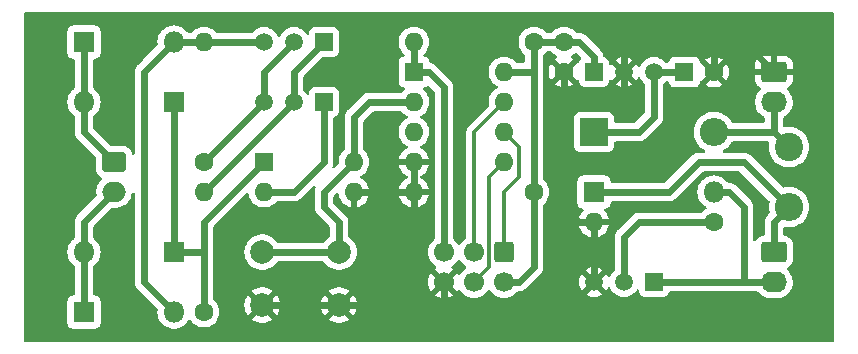
<source format=gbr>
%TF.GenerationSoftware,KiCad,Pcbnew,8.0.7*%
%TF.CreationDate,2025-01-04T15:00:41+01:00*%
%TF.ProjectId,strober_board,7374726f-6265-4725-9f62-6f6172642e6b,rev?*%
%TF.SameCoordinates,Original*%
%TF.FileFunction,Copper,L2,Bot*%
%TF.FilePolarity,Positive*%
%FSLAX46Y46*%
G04 Gerber Fmt 4.6, Leading zero omitted, Abs format (unit mm)*
G04 Created by KiCad (PCBNEW 8.0.7) date 2025-01-04 15:00:41*
%MOMM*%
%LPD*%
G01*
G04 APERTURE LIST*
G04 Aperture macros list*
%AMRoundRect*
0 Rectangle with rounded corners*
0 $1 Rounding radius*
0 $2 $3 $4 $5 $6 $7 $8 $9 X,Y pos of 4 corners*
0 Add a 4 corners polygon primitive as box body*
4,1,4,$2,$3,$4,$5,$6,$7,$8,$9,$2,$3,0*
0 Add four circle primitives for the rounded corners*
1,1,$1+$1,$2,$3*
1,1,$1+$1,$4,$5*
1,1,$1+$1,$6,$7*
1,1,$1+$1,$8,$9*
0 Add four rect primitives between the rounded corners*
20,1,$1+$1,$2,$3,$4,$5,0*
20,1,$1+$1,$4,$5,$6,$7,0*
20,1,$1+$1,$6,$7,$8,$9,0*
20,1,$1+$1,$8,$9,$2,$3,0*%
G04 Aperture macros list end*
%TA.AperFunction,ComponentPad*%
%ADD10R,1.800000X1.800000*%
%TD*%
%TA.AperFunction,ComponentPad*%
%ADD11O,1.800000X1.800000*%
%TD*%
%TA.AperFunction,ComponentPad*%
%ADD12C,1.600000*%
%TD*%
%TA.AperFunction,ComponentPad*%
%ADD13O,1.600000X1.600000*%
%TD*%
%TA.AperFunction,ComponentPad*%
%ADD14RoundRect,0.250000X-0.750000X0.600000X-0.750000X-0.600000X0.750000X-0.600000X0.750000X0.600000X0*%
%TD*%
%TA.AperFunction,ComponentPad*%
%ADD15O,2.000000X1.700000*%
%TD*%
%TA.AperFunction,ComponentPad*%
%ADD16R,1.500000X1.500000*%
%TD*%
%TA.AperFunction,ComponentPad*%
%ADD17C,1.500000*%
%TD*%
%TA.AperFunction,ComponentPad*%
%ADD18RoundRect,0.250000X-0.845000X0.620000X-0.845000X-0.620000X0.845000X-0.620000X0.845000X0.620000X0*%
%TD*%
%TA.AperFunction,ComponentPad*%
%ADD19O,2.190000X1.740000*%
%TD*%
%TA.AperFunction,ComponentPad*%
%ADD20RoundRect,0.250000X-0.600000X0.600000X-0.600000X-0.600000X0.600000X-0.600000X0.600000X0.600000X0*%
%TD*%
%TA.AperFunction,ComponentPad*%
%ADD21C,1.700000*%
%TD*%
%TA.AperFunction,ComponentPad*%
%ADD22R,2.400000X2.400000*%
%TD*%
%TA.AperFunction,ComponentPad*%
%ADD23O,2.400000X2.400000*%
%TD*%
%TA.AperFunction,ComponentPad*%
%ADD24C,2.400000*%
%TD*%
%TA.AperFunction,ComponentPad*%
%ADD25R,1.600000X1.600000*%
%TD*%
%TA.AperFunction,ComponentPad*%
%ADD26C,2.000000*%
%TD*%
%TA.AperFunction,Conductor*%
%ADD27C,0.600000*%
%TD*%
%TA.AperFunction,Conductor*%
%ADD28C,0.300000*%
%TD*%
G04 APERTURE END LIST*
D10*
%TO.P,D4,1,K*%
%TO.N,Net-(D3-A)*%
X114300000Y-76200000D03*
D11*
%TO.P,D4,2,A*%
%TO.N,Net-(D2-A)*%
X121920000Y-76200000D03*
%TD*%
D12*
%TO.P,R2,1*%
%TO.N,Net-(Q1-B)*%
X124460000Y-63500000D03*
D13*
%TO.P,R2,2*%
%TO.N,Net-(D2-A)*%
X124460000Y-53340000D03*
%TD*%
D14*
%TO.P,J1,1,Pin_1*%
%TO.N,Net-(D1-A)*%
X116840000Y-63500000D03*
D15*
%TO.P,J1,2,Pin_2*%
%TO.N,Net-(D3-A)*%
X116840000Y-66000000D03*
%TD*%
D16*
%TO.P,Q2,1,C*%
%TO.N,Net-(Q2-C)*%
X134620000Y-58420000D03*
D17*
%TO.P,Q2,2,B*%
%TO.N,Net-(Q1-C)*%
X132080000Y-58420000D03*
%TO.P,Q2,3,E*%
%TO.N,Net-(Q1-B)*%
X129540000Y-58420000D03*
%TD*%
D16*
%TO.P,U1,1,VO*%
%TO.N,+5V*%
X157480000Y-55880000D03*
D17*
%TO.P,U1,2,GND*%
%TO.N,GND*%
X160020000Y-55880000D03*
%TO.P,U1,3,VI*%
%TO.N,Net-(D5-K)*%
X162560000Y-55880000D03*
%TD*%
D18*
%TO.P,J2,1,Pin_1*%
%TO.N,GND*%
X172720000Y-55880000D03*
D19*
%TO.P,J2,2,Pin_2*%
%TO.N,+12V*%
X172720000Y-58420000D03*
%TD*%
D20*
%TO.P,J4,1,MISO*%
%TO.N,/MISO*%
X149860000Y-71120000D03*
D21*
%TO.P,J4,2,VCC*%
%TO.N,+5V*%
X149860000Y-73660000D03*
%TO.P,J4,3,SCK*%
%TO.N,/SCK*%
X147320000Y-71120000D03*
%TO.P,J4,4,MOSI*%
%TO.N,/MOSI*%
X147320000Y-73660000D03*
%TO.P,J4,5,~{RST}*%
%TO.N,/~{RST}*%
X144780000Y-71120000D03*
%TO.P,J4,6,GND*%
%TO.N,GND*%
X144780000Y-73660000D03*
%TD*%
D12*
%TO.P,R1,1*%
%TO.N,Net-(D1-K)*%
X124460000Y-76200000D03*
D13*
%TO.P,R1,2*%
%TO.N,Net-(Q1-C)*%
X124460000Y-66040000D03*
%TD*%
D12*
%TO.P,R3,1*%
%TO.N,/LED_{out}*%
X167640000Y-68580000D03*
D13*
%TO.P,R3,2*%
%TO.N,GND*%
X157480000Y-68580000D03*
%TD*%
D22*
%TO.P,D5,1,K*%
%TO.N,Net-(D5-K)*%
X157480000Y-60960000D03*
D23*
%TO.P,D5,2,A*%
%TO.N,+12V*%
X167640000Y-60960000D03*
%TD*%
D16*
%TO.P,Q3,1,D*%
%TO.N,Net-(D6-A)*%
X162560000Y-73660000D03*
D17*
%TO.P,Q3,2,G*%
%TO.N,/LED_{out}*%
X160020000Y-73660000D03*
%TO.P,Q3,3,S*%
%TO.N,GND*%
X157480000Y-73660000D03*
%TD*%
D24*
%TO.P,R5,1*%
%TO.N,+12V*%
X173990000Y-62230000D03*
D23*
%TO.P,R5,2*%
%TO.N,Net-(D6-K)*%
X173990000Y-67310000D03*
%TD*%
D12*
%TO.P,C2,1*%
%TO.N,GND*%
X154940000Y-55840000D03*
%TO.P,C2,2*%
%TO.N,+5V*%
X154940000Y-53340000D03*
%TD*%
D10*
%TO.P,D2,1,K*%
%TO.N,Net-(D1-A)*%
X114300000Y-53340000D03*
D11*
%TO.P,D2,2,A*%
%TO.N,Net-(D2-A)*%
X121920000Y-53340000D03*
%TD*%
D10*
%TO.P,D1,1,K*%
%TO.N,Net-(D1-K)*%
X121920000Y-58420000D03*
D11*
%TO.P,D1,2,A*%
%TO.N,Net-(D1-A)*%
X114300000Y-58420000D03*
%TD*%
D25*
%TO.P,U2,1*%
%TO.N,Net-(D1-K)*%
X129540000Y-63500000D03*
D13*
%TO.P,U2,2*%
%TO.N,Net-(Q2-C)*%
X129540000Y-66040000D03*
%TO.P,U2,3*%
%TO.N,GND*%
X137160000Y-66040000D03*
%TO.P,U2,4*%
%TO.N,/Trigg_{in}*%
X137160000Y-63500000D03*
%TD*%
D25*
%TO.P,U3,1,~{RESET}/PB5*%
%TO.N,/~{RST}*%
X142240000Y-55880000D03*
D13*
%TO.P,U3,2,XTAL1/PB3*%
%TO.N,/Trigg_{in}*%
X142240000Y-58420000D03*
%TO.P,U3,3,XTAL2/PB4*%
%TO.N,/LED_{out}*%
X142240000Y-60960000D03*
%TO.P,U3,4,GND*%
%TO.N,GND*%
X142240000Y-63500000D03*
%TO.P,U3,5,AREF/PB0*%
%TO.N,/MOSI*%
X149860000Y-63500000D03*
%TO.P,U3,6,PB1*%
%TO.N,/MISO*%
X149860000Y-60960000D03*
%TO.P,U3,7,PB2*%
%TO.N,/SCK*%
X149860000Y-58420000D03*
%TO.P,U3,8,VCC*%
%TO.N,+5V*%
X149860000Y-55880000D03*
%TD*%
D10*
%TO.P,D3,1,K*%
%TO.N,Net-(D1-K)*%
X121920000Y-71120000D03*
D11*
%TO.P,D3,2,A*%
%TO.N,Net-(D3-A)*%
X114300000Y-71120000D03*
%TD*%
D18*
%TO.P,J3,1,Pin_1*%
%TO.N,Net-(D6-K)*%
X172720000Y-71120000D03*
D19*
%TO.P,J3,2,Pin_2*%
%TO.N,Net-(D6-A)*%
X172720000Y-73660000D03*
%TD*%
D16*
%TO.P,Q1,1,C*%
%TO.N,Net-(Q1-C)*%
X134620000Y-53340000D03*
D17*
%TO.P,Q1,2,B*%
%TO.N,Net-(Q1-B)*%
X132080000Y-53340000D03*
%TO.P,Q1,3,E*%
%TO.N,Net-(D2-A)*%
X129540000Y-53340000D03*
%TD*%
D26*
%TO.P,SW1,1,1*%
%TO.N,GND*%
X135890000Y-75620000D03*
X129390000Y-75620000D03*
%TO.P,SW1,2,2*%
%TO.N,/Trigg_{in}*%
X135890000Y-71120000D03*
X129390000Y-71120000D03*
%TD*%
D10*
%TO.P,D6,1,K*%
%TO.N,Net-(D6-K)*%
X157480000Y-66040000D03*
D11*
%TO.P,D6,2,A*%
%TO.N,Net-(D6-A)*%
X167640000Y-66040000D03*
%TD*%
D12*
%TO.P,R4,1*%
%TO.N,+5V*%
X152400000Y-53340000D03*
D13*
%TO.P,R4,2*%
%TO.N,/~{RST}*%
X142240000Y-53340000D03*
%TD*%
D25*
%TO.P,C1,1*%
%TO.N,Net-(D5-K)*%
X165140000Y-55880000D03*
D12*
%TO.P,C1,2*%
%TO.N,GND*%
X167640000Y-55880000D03*
%TD*%
%TO.P,C3,1*%
%TO.N,+5V*%
X152400000Y-66040000D03*
D13*
%TO.P,C3,2*%
%TO.N,GND*%
X142240000Y-66040000D03*
%TD*%
D27*
%TO.N,GND*%
X144780000Y-73660000D02*
X144780000Y-76200000D01*
X157480000Y-73660000D02*
X157480000Y-68580000D01*
X154940000Y-58420000D02*
X154940000Y-67310000D01*
X167600000Y-55880000D02*
X167600000Y-53380000D01*
X154940000Y-76200000D02*
X157480000Y-73660000D01*
X158750000Y-58420000D02*
X154940000Y-58420000D01*
X154940000Y-58420000D02*
X154940000Y-55840000D01*
X160020000Y-55880000D02*
X160020000Y-54610000D01*
X160020000Y-54610000D02*
X161290000Y-53340000D01*
X142240000Y-76200000D02*
X144780000Y-76200000D01*
X156210000Y-68580000D02*
X154940000Y-67310000D01*
X142240000Y-76200000D02*
X142240000Y-63500000D01*
X172720000Y-55880000D02*
X170180000Y-53340000D01*
X158750000Y-58420000D02*
X160020000Y-57150000D01*
X129390000Y-75620000D02*
X135890000Y-75620000D01*
X135890000Y-75620000D02*
X137850000Y-75620000D01*
X144780000Y-76200000D02*
X153670000Y-76200000D01*
X156210000Y-68580000D02*
X157480000Y-68580000D01*
X137160000Y-66040000D02*
X142240000Y-66040000D01*
X142240000Y-76200000D02*
X138430000Y-76200000D01*
X160020000Y-55880000D02*
X160020000Y-57150000D01*
X167640000Y-53340000D02*
X170180000Y-53340000D01*
X167600000Y-53380000D02*
X167640000Y-53340000D01*
X153670000Y-76200000D02*
X154940000Y-76200000D01*
X137850000Y-75620000D02*
X138430000Y-76200000D01*
X161290000Y-53340000D02*
X167640000Y-53340000D01*
%TO.N,+5V*%
X156210000Y-53340000D02*
X157480000Y-54610000D01*
X152400000Y-55880000D02*
X152400000Y-66040000D01*
X152400000Y-72390000D02*
X152400000Y-66040000D01*
X151130000Y-73660000D02*
X152400000Y-72390000D01*
X152400000Y-53340000D02*
X154940000Y-53340000D01*
X149860000Y-73660000D02*
X151130000Y-73660000D01*
X149860000Y-55880000D02*
X152400000Y-55880000D01*
X154940000Y-53340000D02*
X156210000Y-53340000D01*
X152400000Y-53340000D02*
X152400000Y-55880000D01*
X157480000Y-54610000D02*
X157480000Y-55880000D01*
%TO.N,Net-(D5-K)*%
X157480000Y-60960000D02*
X161290000Y-60960000D01*
X162560000Y-55880000D02*
X165100000Y-55880000D01*
X162560000Y-59690000D02*
X162560000Y-55880000D01*
X161290000Y-60960000D02*
X162560000Y-59690000D01*
%TO.N,Net-(D1-A)*%
X114300000Y-53340000D02*
X114300000Y-58420000D01*
X114300000Y-58420000D02*
X114300000Y-60960000D01*
X114300000Y-60960000D02*
X116840000Y-63500000D01*
%TO.N,Net-(D1-K)*%
X121920000Y-63500000D02*
X121920000Y-71120000D01*
X124460000Y-71120000D02*
X124460000Y-76200000D01*
X121920000Y-58420000D02*
X121920000Y-63500000D01*
X121920000Y-71120000D02*
X124460000Y-71120000D01*
X129540000Y-63500000D02*
X124460000Y-68580000D01*
X124460000Y-68580000D02*
X124460000Y-71120000D01*
%TO.N,Net-(D2-A)*%
X119380000Y-55880000D02*
X121920000Y-53340000D01*
X119380000Y-73660000D02*
X119380000Y-55880000D01*
X121920000Y-76200000D02*
X119380000Y-73660000D01*
X129540000Y-53340000D02*
X121920000Y-53340000D01*
%TO.N,Net-(D3-A)*%
X116840000Y-66040000D02*
X114300000Y-68580000D01*
X116840000Y-66000000D02*
X116840000Y-66040000D01*
X114300000Y-68580000D02*
X114300000Y-76200000D01*
%TO.N,+12V*%
X167640000Y-60960000D02*
X172720000Y-60960000D01*
X173990000Y-62230000D02*
X172720000Y-60960000D01*
X172720000Y-58420000D02*
X172720000Y-60960000D01*
%TO.N,Net-(D6-A)*%
X168910000Y-66040000D02*
X170180000Y-67310000D01*
X162560000Y-73660000D02*
X170180000Y-73660000D01*
X167640000Y-66040000D02*
X168910000Y-66040000D01*
X170180000Y-67310000D02*
X170180000Y-73660000D01*
X170180000Y-73660000D02*
X172720000Y-73660000D01*
%TO.N,Net-(Q1-C)*%
X134620000Y-53340000D02*
X132080000Y-55880000D01*
X132080000Y-55880000D02*
X132080000Y-58420000D01*
X132080000Y-58420000D02*
X124460000Y-66040000D01*
D28*
%TO.N,/MISO*%
X151130000Y-64770000D02*
X151130000Y-62230000D01*
X151130000Y-62230000D02*
X149860000Y-60960000D01*
X149860000Y-71120000D02*
X149860000Y-66040000D01*
X149860000Y-66040000D02*
X151130000Y-64770000D01*
%TO.N,/MOSI*%
X148590000Y-64770000D02*
X148590000Y-72390000D01*
X149860000Y-63500000D02*
X148590000Y-64770000D01*
X148590000Y-72390000D02*
X147320000Y-73660000D01*
%TO.N,/SCK*%
X147320000Y-71120000D02*
X147320000Y-60960000D01*
X147320000Y-60960000D02*
X149860000Y-58420000D01*
D27*
%TO.N,/~{RST}*%
X142240000Y-55880000D02*
X143510000Y-55880000D01*
X144780000Y-57150000D02*
X144780000Y-71120000D01*
X143510000Y-55880000D02*
X144780000Y-57150000D01*
X142240000Y-53340000D02*
X142240000Y-55880000D01*
%TO.N,Net-(Q1-B)*%
X132080000Y-53340000D02*
X129540000Y-55880000D01*
X129540000Y-55880000D02*
X129540000Y-58420000D01*
X124460000Y-63500000D02*
X129540000Y-58420000D01*
%TO.N,/LED_{out}*%
X160020000Y-69850000D02*
X161290000Y-68580000D01*
X160020000Y-69850000D02*
X160020000Y-73660000D01*
X167640000Y-68580000D02*
X161290000Y-68580000D01*
%TO.N,/Trigg_{in}*%
X137160000Y-59690000D02*
X137160000Y-63500000D01*
X135890000Y-68580000D02*
X134620000Y-67310000D01*
X135890000Y-71120000D02*
X135890000Y-68580000D01*
X129390000Y-71120000D02*
X135890000Y-71120000D01*
X137160000Y-63500000D02*
X134620000Y-66040000D01*
X142240000Y-58420000D02*
X138430000Y-58420000D01*
X137160000Y-59690000D02*
X138430000Y-58420000D01*
X134620000Y-67310000D02*
X134620000Y-66040000D01*
%TO.N,Net-(Q2-C)*%
X134620000Y-63500000D02*
X134620000Y-58420000D01*
X129540000Y-66040000D02*
X132080000Y-66040000D01*
X132080000Y-66040000D02*
X134620000Y-63500000D01*
%TO.N,Net-(D6-K)*%
X172720000Y-68580000D02*
X173990000Y-67310000D01*
X172720000Y-68580000D02*
X172720000Y-71120000D01*
X170180000Y-63500000D02*
X166370000Y-63500000D01*
X163830000Y-66040000D02*
X157480000Y-66040000D01*
X173990000Y-67310000D02*
X170180000Y-63500000D01*
X166370000Y-63500000D02*
X163830000Y-66040000D01*
%TD*%
%TA.AperFunction,Conductor*%
%TO.N,GND*%
G36*
X146134855Y-71786546D02*
G01*
X146151575Y-71805842D01*
X146281501Y-71991396D01*
X146281506Y-71991402D01*
X146448597Y-72158493D01*
X146448603Y-72158498D01*
X146634158Y-72288425D01*
X146677783Y-72343002D01*
X146684977Y-72412500D01*
X146653454Y-72474855D01*
X146634158Y-72491575D01*
X146448597Y-72621505D01*
X146281508Y-72788594D01*
X146151269Y-72974595D01*
X146096692Y-73018219D01*
X146027193Y-73025412D01*
X145964839Y-72993890D01*
X145948119Y-72974595D01*
X145894925Y-72898626D01*
X145262962Y-73530589D01*
X145245925Y-73467007D01*
X145180099Y-73352993D01*
X145087007Y-73259901D01*
X144972993Y-73194075D01*
X144909409Y-73177037D01*
X145541372Y-72545073D01*
X145541372Y-72545072D01*
X145465405Y-72491879D01*
X145421780Y-72437302D01*
X145414588Y-72367804D01*
X145446110Y-72305449D01*
X145465406Y-72288730D01*
X145489783Y-72271661D01*
X145651401Y-72158495D01*
X145818495Y-71991401D01*
X145948425Y-71805842D01*
X146003002Y-71762217D01*
X146072500Y-71755023D01*
X146134855Y-71786546D01*
G37*
%TD.AperFunction*%
%TA.AperFunction,Conductor*%
G36*
X142490000Y-65724314D02*
G01*
X142485606Y-65719920D01*
X142394394Y-65667259D01*
X142292661Y-65640000D01*
X142187339Y-65640000D01*
X142085606Y-65667259D01*
X141994394Y-65719920D01*
X141990000Y-65724314D01*
X141990000Y-63815686D01*
X141994394Y-63820080D01*
X142085606Y-63872741D01*
X142187339Y-63900000D01*
X142292661Y-63900000D01*
X142394394Y-63872741D01*
X142485606Y-63820080D01*
X142490000Y-63815686D01*
X142490000Y-65724314D01*
G37*
%TD.AperFunction*%
%TA.AperFunction,Conductor*%
G36*
X155971887Y-54249812D02*
G01*
X156016235Y-54278313D01*
X156355523Y-54617601D01*
X156389008Y-54678924D01*
X156384024Y-54748616D01*
X156367109Y-54779593D01*
X156286204Y-54887668D01*
X156286202Y-54887671D01*
X156235908Y-55022516D01*
X156233788Y-55042238D01*
X156207048Y-55106789D01*
X156149654Y-55146635D01*
X156079829Y-55149126D01*
X156021950Y-55114782D01*
X156019025Y-55114526D01*
X155340000Y-55793551D01*
X155340000Y-55787339D01*
X155312741Y-55685606D01*
X155260080Y-55594394D01*
X155185606Y-55519920D01*
X155094394Y-55467259D01*
X154992661Y-55440000D01*
X154986445Y-55440000D01*
X155665472Y-54760974D01*
X155592480Y-54709864D01*
X155577024Y-54702657D01*
X155524585Y-54656484D01*
X155505433Y-54589290D01*
X155525649Y-54522409D01*
X155577023Y-54477893D01*
X155592734Y-54470568D01*
X155779139Y-54340047D01*
X155840874Y-54278311D01*
X155902195Y-54244828D01*
X155971887Y-54249812D01*
G37*
%TD.AperFunction*%
%TA.AperFunction,Conductor*%
G36*
X177743039Y-50819685D02*
G01*
X177788794Y-50872489D01*
X177800000Y-50924000D01*
X177800000Y-78616000D01*
X177780315Y-78683039D01*
X177727511Y-78728794D01*
X177676000Y-78740000D01*
X109344000Y-78740000D01*
X109276961Y-78720315D01*
X109231206Y-78667511D01*
X109220000Y-78616000D01*
X109220000Y-58419993D01*
X112894700Y-58419993D01*
X112894700Y-58420006D01*
X112913864Y-58651297D01*
X112913866Y-58651308D01*
X112970842Y-58876300D01*
X113064075Y-59088848D01*
X113191016Y-59283147D01*
X113191019Y-59283151D01*
X113191021Y-59283153D01*
X113348216Y-59453913D01*
X113451662Y-59534428D01*
X113492475Y-59591137D01*
X113499500Y-59632281D01*
X113499500Y-61038846D01*
X113530261Y-61193489D01*
X113530264Y-61193501D01*
X113590602Y-61339172D01*
X113590609Y-61339185D01*
X113678210Y-61470288D01*
X113678213Y-61470292D01*
X115303181Y-63095259D01*
X115336666Y-63156582D01*
X115339500Y-63182940D01*
X115339500Y-64150001D01*
X115339501Y-64150019D01*
X115350000Y-64252796D01*
X115350001Y-64252799D01*
X115405185Y-64419331D01*
X115405187Y-64419336D01*
X115497289Y-64568657D01*
X115621344Y-64692712D01*
X115776120Y-64788178D01*
X115822845Y-64840126D01*
X115834068Y-64909088D01*
X115806224Y-64973171D01*
X115798706Y-64981398D01*
X115659889Y-65120215D01*
X115534951Y-65292179D01*
X115438444Y-65481585D01*
X115372753Y-65683760D01*
X115339500Y-65893713D01*
X115339500Y-66106287D01*
X115339499Y-66106287D01*
X115370926Y-66304708D01*
X115361971Y-66374001D01*
X115336134Y-66411786D01*
X114167969Y-67579953D01*
X113789711Y-67958211D01*
X113733960Y-68013962D01*
X113678209Y-68069712D01*
X113590609Y-68200814D01*
X113590602Y-68200827D01*
X113530264Y-68346498D01*
X113530261Y-68346510D01*
X113499500Y-68501153D01*
X113499500Y-69907718D01*
X113479815Y-69974757D01*
X113451662Y-70005571D01*
X113348222Y-70086081D01*
X113348219Y-70086084D01*
X113348216Y-70086086D01*
X113348216Y-70086087D01*
X113323886Y-70112517D01*
X113191016Y-70256852D01*
X113064075Y-70451151D01*
X112970842Y-70663699D01*
X112913866Y-70888691D01*
X112913864Y-70888702D01*
X112894700Y-71119993D01*
X112894700Y-71120006D01*
X112913864Y-71351297D01*
X112913866Y-71351308D01*
X112970842Y-71576300D01*
X113064075Y-71788848D01*
X113191016Y-71983147D01*
X113191019Y-71983151D01*
X113191021Y-71983153D01*
X113348216Y-72153913D01*
X113451662Y-72234428D01*
X113492475Y-72291137D01*
X113499500Y-72332281D01*
X113499500Y-74675500D01*
X113479815Y-74742539D01*
X113427011Y-74788294D01*
X113375505Y-74799500D01*
X113352132Y-74799500D01*
X113352123Y-74799501D01*
X113292516Y-74805908D01*
X113157671Y-74856202D01*
X113157664Y-74856206D01*
X113042455Y-74942452D01*
X113042452Y-74942455D01*
X112956206Y-75057664D01*
X112956202Y-75057671D01*
X112905908Y-75192517D01*
X112899501Y-75252116D01*
X112899501Y-75252123D01*
X112899500Y-75252135D01*
X112899500Y-77147870D01*
X112899501Y-77147876D01*
X112905908Y-77207483D01*
X112956202Y-77342328D01*
X112956206Y-77342335D01*
X113042452Y-77457544D01*
X113042455Y-77457547D01*
X113157664Y-77543793D01*
X113157671Y-77543797D01*
X113292517Y-77594091D01*
X113292516Y-77594091D01*
X113299444Y-77594835D01*
X113352127Y-77600500D01*
X115247872Y-77600499D01*
X115307483Y-77594091D01*
X115442331Y-77543796D01*
X115557546Y-77457546D01*
X115643796Y-77342331D01*
X115694091Y-77207483D01*
X115700500Y-77147873D01*
X115700499Y-75252128D01*
X115694091Y-75192517D01*
X115689381Y-75179890D01*
X115643797Y-75057671D01*
X115643793Y-75057664D01*
X115557547Y-74942455D01*
X115557544Y-74942452D01*
X115442335Y-74856206D01*
X115442328Y-74856202D01*
X115307482Y-74805908D01*
X115307483Y-74805908D01*
X115247883Y-74799501D01*
X115247881Y-74799500D01*
X115247873Y-74799500D01*
X115247865Y-74799500D01*
X115224500Y-74799500D01*
X115157461Y-74779815D01*
X115111706Y-74727011D01*
X115100500Y-74675500D01*
X115100500Y-72332281D01*
X115120185Y-72265242D01*
X115148336Y-72234428D01*
X115251784Y-72153913D01*
X115408979Y-71983153D01*
X115535924Y-71788849D01*
X115629157Y-71576300D01*
X115686134Y-71351305D01*
X115705300Y-71120000D01*
X115705300Y-71119994D01*
X115705300Y-71119993D01*
X115686135Y-70888702D01*
X115686133Y-70888691D01*
X115629157Y-70663699D01*
X115535924Y-70451151D01*
X115408983Y-70256852D01*
X115408980Y-70256849D01*
X115408979Y-70256847D01*
X115251784Y-70086087D01*
X115251779Y-70086083D01*
X115251777Y-70086081D01*
X115148338Y-70005571D01*
X115107525Y-69948861D01*
X115100500Y-69907718D01*
X115100500Y-68962940D01*
X115120185Y-68895901D01*
X115136819Y-68875259D01*
X116625259Y-67386819D01*
X116686582Y-67353334D01*
X116712940Y-67350500D01*
X117096286Y-67350500D01*
X117096287Y-67350500D01*
X117306243Y-67317246D01*
X117508412Y-67251557D01*
X117697816Y-67155051D01*
X117732229Y-67130049D01*
X117869786Y-67030109D01*
X117869788Y-67030106D01*
X117869792Y-67030104D01*
X118020104Y-66879792D01*
X118020106Y-66879788D01*
X118020109Y-66879786D01*
X118145048Y-66707820D01*
X118145047Y-66707820D01*
X118145051Y-66707816D01*
X118241557Y-66518412D01*
X118307246Y-66316243D01*
X118333027Y-66153467D01*
X118362956Y-66090333D01*
X118422268Y-66053402D01*
X118492130Y-66054400D01*
X118550363Y-66093010D01*
X118578477Y-66156973D01*
X118579500Y-66172866D01*
X118579500Y-73738846D01*
X118610261Y-73893489D01*
X118610264Y-73893501D01*
X118670602Y-74039172D01*
X118670609Y-74039185D01*
X118758210Y-74170288D01*
X118758213Y-74170292D01*
X120494965Y-75907043D01*
X120528450Y-75968366D01*
X120530860Y-76004961D01*
X120526292Y-76060110D01*
X120514700Y-76200004D01*
X120514700Y-76200006D01*
X120533864Y-76431297D01*
X120533866Y-76431308D01*
X120590842Y-76656300D01*
X120684075Y-76868848D01*
X120811016Y-77063147D01*
X120811019Y-77063151D01*
X120811021Y-77063153D01*
X120968216Y-77233913D01*
X120968219Y-77233915D01*
X120968222Y-77233918D01*
X121151365Y-77376464D01*
X121151371Y-77376468D01*
X121151374Y-77376470D01*
X121355497Y-77486936D01*
X121409479Y-77505468D01*
X121575015Y-77562297D01*
X121575017Y-77562297D01*
X121575019Y-77562298D01*
X121803951Y-77600500D01*
X121803952Y-77600500D01*
X122036048Y-77600500D01*
X122036049Y-77600500D01*
X122264981Y-77562298D01*
X122484503Y-77486936D01*
X122688626Y-77376470D01*
X122871784Y-77233913D01*
X123028979Y-77063153D01*
X123144870Y-76885768D01*
X123198014Y-76840413D01*
X123267245Y-76830989D01*
X123330581Y-76860491D01*
X123350252Y-76882468D01*
X123459954Y-77039141D01*
X123620858Y-77200045D01*
X123620861Y-77200047D01*
X123807266Y-77330568D01*
X124013504Y-77426739D01*
X124233308Y-77485635D01*
X124395230Y-77499801D01*
X124459998Y-77505468D01*
X124460000Y-77505468D01*
X124460002Y-77505468D01*
X124516673Y-77500509D01*
X124686692Y-77485635D01*
X124906496Y-77426739D01*
X125112734Y-77330568D01*
X125299139Y-77200047D01*
X125460047Y-77039139D01*
X125590568Y-76852734D01*
X125686739Y-76646496D01*
X125745635Y-76426692D01*
X125762634Y-76232384D01*
X125765468Y-76200001D01*
X125765468Y-76199998D01*
X125748404Y-76004963D01*
X125745635Y-75973308D01*
X125686739Y-75753504D01*
X125624482Y-75619994D01*
X127884859Y-75619994D01*
X127884859Y-75620005D01*
X127905385Y-75867729D01*
X127905387Y-75867738D01*
X127966412Y-76108717D01*
X128066267Y-76336367D01*
X128166562Y-76489881D01*
X128866212Y-75790233D01*
X128877482Y-75832292D01*
X128949890Y-75957708D01*
X129052292Y-76060110D01*
X129177708Y-76132518D01*
X129219766Y-76143787D01*
X128519943Y-76843609D01*
X128566768Y-76880055D01*
X128566771Y-76880057D01*
X128785385Y-76998364D01*
X128785396Y-76998369D01*
X129020506Y-77079083D01*
X129265707Y-77120000D01*
X129514293Y-77120000D01*
X129759493Y-77079083D01*
X129994603Y-76998369D01*
X129994614Y-76998364D01*
X130213230Y-76880056D01*
X130213236Y-76880051D01*
X130260055Y-76843610D01*
X130260056Y-76843609D01*
X129560233Y-76143787D01*
X129602292Y-76132518D01*
X129727708Y-76060110D01*
X129830110Y-75957708D01*
X129902518Y-75832292D01*
X129913787Y-75790234D01*
X130613435Y-76489882D01*
X130713733Y-76336364D01*
X130813587Y-76108717D01*
X130874612Y-75867738D01*
X130874614Y-75867729D01*
X130895141Y-75620005D01*
X130895141Y-75619994D01*
X134384859Y-75619994D01*
X134384859Y-75620005D01*
X134405385Y-75867729D01*
X134405387Y-75867738D01*
X134466412Y-76108717D01*
X134566267Y-76336367D01*
X134666562Y-76489881D01*
X135366212Y-75790233D01*
X135377482Y-75832292D01*
X135449890Y-75957708D01*
X135552292Y-76060110D01*
X135677708Y-76132518D01*
X135719766Y-76143787D01*
X135019943Y-76843609D01*
X135066768Y-76880055D01*
X135066771Y-76880057D01*
X135285385Y-76998364D01*
X135285396Y-76998369D01*
X135520506Y-77079083D01*
X135765707Y-77120000D01*
X136014293Y-77120000D01*
X136259493Y-77079083D01*
X136494603Y-76998369D01*
X136494614Y-76998364D01*
X136713230Y-76880056D01*
X136713236Y-76880051D01*
X136760055Y-76843610D01*
X136760056Y-76843609D01*
X136060233Y-76143787D01*
X136102292Y-76132518D01*
X136227708Y-76060110D01*
X136330110Y-75957708D01*
X136402518Y-75832292D01*
X136413787Y-75790234D01*
X137113435Y-76489882D01*
X137213733Y-76336364D01*
X137313587Y-76108717D01*
X137374612Y-75867738D01*
X137374614Y-75867729D01*
X137395141Y-75620005D01*
X137395141Y-75619994D01*
X137374614Y-75372270D01*
X137374612Y-75372261D01*
X137313587Y-75131282D01*
X137213732Y-74903632D01*
X137113435Y-74750116D01*
X136413787Y-75449765D01*
X136402518Y-75407708D01*
X136330110Y-75282292D01*
X136227708Y-75179890D01*
X136102292Y-75107482D01*
X136060233Y-75096212D01*
X136760055Y-74396389D01*
X136760055Y-74396388D01*
X136713236Y-74359947D01*
X136713231Y-74359944D01*
X136494614Y-74241635D01*
X136494603Y-74241630D01*
X136259493Y-74160916D01*
X136014293Y-74120000D01*
X135765707Y-74120000D01*
X135520506Y-74160916D01*
X135285396Y-74241630D01*
X135285385Y-74241635D01*
X135066770Y-74359943D01*
X135019943Y-74396389D01*
X135719766Y-75096212D01*
X135677708Y-75107482D01*
X135552292Y-75179890D01*
X135449890Y-75282292D01*
X135377482Y-75407708D01*
X135366212Y-75449766D01*
X134666563Y-74750117D01*
X134566267Y-74903633D01*
X134566265Y-74903637D01*
X134466412Y-75131282D01*
X134405387Y-75372261D01*
X134405385Y-75372270D01*
X134384859Y-75619994D01*
X130895141Y-75619994D01*
X130874614Y-75372270D01*
X130874612Y-75372261D01*
X130813587Y-75131282D01*
X130713732Y-74903632D01*
X130613435Y-74750116D01*
X129913787Y-75449765D01*
X129902518Y-75407708D01*
X129830110Y-75282292D01*
X129727708Y-75179890D01*
X129602292Y-75107482D01*
X129560233Y-75096212D01*
X130260055Y-74396389D01*
X130260055Y-74396388D01*
X130213236Y-74359947D01*
X130213231Y-74359944D01*
X129994614Y-74241635D01*
X129994603Y-74241630D01*
X129759493Y-74160916D01*
X129514293Y-74120000D01*
X129265707Y-74120000D01*
X129020506Y-74160916D01*
X128785396Y-74241630D01*
X128785385Y-74241635D01*
X128566770Y-74359943D01*
X128519943Y-74396389D01*
X129219766Y-75096212D01*
X129177708Y-75107482D01*
X129052292Y-75179890D01*
X128949890Y-75282292D01*
X128877482Y-75407708D01*
X128866212Y-75449766D01*
X128166563Y-74750117D01*
X128066267Y-74903633D01*
X128066265Y-74903637D01*
X127966412Y-75131282D01*
X127905387Y-75372261D01*
X127905385Y-75372270D01*
X127884859Y-75619994D01*
X125624482Y-75619994D01*
X125590568Y-75547266D01*
X125460047Y-75360861D01*
X125460045Y-75360858D01*
X125296819Y-75197632D01*
X125263334Y-75136309D01*
X125260500Y-75109951D01*
X125260500Y-68962939D01*
X125280185Y-68895900D01*
X125296814Y-68875263D01*
X128038258Y-66133818D01*
X128099579Y-66100335D01*
X128169271Y-66105319D01*
X128225204Y-66147191D01*
X128249465Y-66210692D01*
X128254364Y-66266687D01*
X128254366Y-66266697D01*
X128313258Y-66486488D01*
X128313261Y-66486497D01*
X128409431Y-66692732D01*
X128409432Y-66692734D01*
X128539954Y-66879141D01*
X128700858Y-67040045D01*
X128700861Y-67040047D01*
X128887266Y-67170568D01*
X129093504Y-67266739D01*
X129313308Y-67325635D01*
X129475230Y-67339801D01*
X129539998Y-67345468D01*
X129540000Y-67345468D01*
X129540002Y-67345468D01*
X129596673Y-67340509D01*
X129766692Y-67325635D01*
X129986496Y-67266739D01*
X130192734Y-67170568D01*
X130379139Y-67040047D01*
X130459850Y-66959336D01*
X130542368Y-66876819D01*
X130603691Y-66843334D01*
X130630049Y-66840500D01*
X132158844Y-66840500D01*
X132158845Y-66840499D01*
X132313497Y-66809737D01*
X132459179Y-66749394D01*
X132590289Y-66661789D01*
X133695616Y-65556462D01*
X133756939Y-65522977D01*
X133826631Y-65527961D01*
X133882564Y-65569833D01*
X133906981Y-65635297D01*
X133897858Y-65691595D01*
X133850264Y-65806498D01*
X133850261Y-65806510D01*
X133819500Y-65961153D01*
X133819500Y-67388846D01*
X133850261Y-67543489D01*
X133850264Y-67543501D01*
X133910602Y-67689172D01*
X133910609Y-67689185D01*
X133998210Y-67820288D01*
X133998213Y-67820292D01*
X135053181Y-68875259D01*
X135086666Y-68936582D01*
X135089500Y-68962940D01*
X135089500Y-69780998D01*
X135069815Y-69848037D01*
X135041664Y-69878849D01*
X134907730Y-69983094D01*
X134870257Y-70012261D01*
X134701833Y-70195217D01*
X134657340Y-70263321D01*
X134604194Y-70308678D01*
X134553531Y-70319500D01*
X130726469Y-70319500D01*
X130659430Y-70299815D01*
X130622660Y-70263321D01*
X130578166Y-70195217D01*
X130551179Y-70165901D01*
X130409744Y-70012262D01*
X130213509Y-69859526D01*
X130213507Y-69859525D01*
X130213506Y-69859524D01*
X129994811Y-69741172D01*
X129994802Y-69741169D01*
X129759616Y-69660429D01*
X129514335Y-69619500D01*
X129265665Y-69619500D01*
X129020383Y-69660429D01*
X128785197Y-69741169D01*
X128785188Y-69741172D01*
X128566493Y-69859524D01*
X128370257Y-70012261D01*
X128201833Y-70195217D01*
X128065826Y-70403393D01*
X127965936Y-70631118D01*
X127904892Y-70872175D01*
X127904890Y-70872187D01*
X127884357Y-71119994D01*
X127884357Y-71120005D01*
X127904890Y-71367812D01*
X127904892Y-71367824D01*
X127965936Y-71608881D01*
X128065826Y-71836606D01*
X128201833Y-72044782D01*
X128215229Y-72059334D01*
X128370256Y-72227738D01*
X128566491Y-72380474D01*
X128566493Y-72380475D01*
X128771787Y-72491575D01*
X128785190Y-72498828D01*
X129020386Y-72579571D01*
X129265665Y-72620500D01*
X129514335Y-72620500D01*
X129759614Y-72579571D01*
X129994810Y-72498828D01*
X130213509Y-72380474D01*
X130409744Y-72227738D01*
X130578164Y-72044785D01*
X130613041Y-71991402D01*
X130622660Y-71976679D01*
X130675806Y-71931322D01*
X130726469Y-71920500D01*
X134553531Y-71920500D01*
X134620570Y-71940185D01*
X134657340Y-71976679D01*
X134701833Y-72044782D01*
X134715229Y-72059334D01*
X134870256Y-72227738D01*
X135066491Y-72380474D01*
X135066493Y-72380475D01*
X135271787Y-72491575D01*
X135285190Y-72498828D01*
X135520386Y-72579571D01*
X135765665Y-72620500D01*
X136014335Y-72620500D01*
X136259614Y-72579571D01*
X136494810Y-72498828D01*
X136713509Y-72380474D01*
X136909744Y-72227738D01*
X137078164Y-72044785D01*
X137214173Y-71836607D01*
X137314063Y-71608881D01*
X137375108Y-71367821D01*
X137376137Y-71355403D01*
X137395643Y-71120005D01*
X137395643Y-71119994D01*
X137375109Y-70872187D01*
X137375107Y-70872175D01*
X137314063Y-70631118D01*
X137214173Y-70403393D01*
X137078166Y-70195217D01*
X137051179Y-70165901D01*
X136909744Y-70012262D01*
X136738336Y-69878850D01*
X136697525Y-69822141D01*
X136690500Y-69780998D01*
X136690500Y-68501155D01*
X136690499Y-68501153D01*
X136684278Y-68469877D01*
X136659737Y-68346503D01*
X136628302Y-68270611D01*
X136599397Y-68200827D01*
X136599390Y-68200814D01*
X136511790Y-68069712D01*
X136491966Y-68049888D01*
X136400289Y-67958211D01*
X135456819Y-67014741D01*
X135423334Y-66953418D01*
X135420500Y-66927060D01*
X135420500Y-66422939D01*
X135440185Y-66355900D01*
X135456814Y-66335263D01*
X135658722Y-66133355D01*
X135720041Y-66099873D01*
X135789732Y-66104857D01*
X135845666Y-66146728D01*
X135869927Y-66210232D01*
X135874858Y-66266599D01*
X135874860Y-66266610D01*
X135933730Y-66486317D01*
X135933734Y-66486326D01*
X136029865Y-66692482D01*
X136160342Y-66878820D01*
X136321179Y-67039657D01*
X136507517Y-67170134D01*
X136713673Y-67266265D01*
X136713682Y-67266269D01*
X136909999Y-67318872D01*
X136910000Y-67318871D01*
X136910000Y-66355686D01*
X136914394Y-66360080D01*
X137005606Y-66412741D01*
X137107339Y-66440000D01*
X137212661Y-66440000D01*
X137314394Y-66412741D01*
X137405606Y-66360080D01*
X137410000Y-66355686D01*
X137410000Y-67318872D01*
X137606317Y-67266269D01*
X137606326Y-67266265D01*
X137812482Y-67170134D01*
X137998820Y-67039657D01*
X138159657Y-66878820D01*
X138290134Y-66692482D01*
X138386265Y-66486326D01*
X138386269Y-66486317D01*
X138438872Y-66290000D01*
X137475686Y-66290000D01*
X137480080Y-66285606D01*
X137532741Y-66194394D01*
X137560000Y-66092661D01*
X137560000Y-65987339D01*
X137532741Y-65885606D01*
X137480080Y-65794394D01*
X137475686Y-65790000D01*
X138438872Y-65790000D01*
X138438872Y-65789999D01*
X138386269Y-65593682D01*
X138386265Y-65593673D01*
X138290134Y-65387517D01*
X138159657Y-65201179D01*
X137998820Y-65040342D01*
X137812482Y-64909865D01*
X137754133Y-64882657D01*
X137701694Y-64836484D01*
X137682542Y-64769291D01*
X137702758Y-64702410D01*
X137754129Y-64657895D01*
X137812734Y-64630568D01*
X137999139Y-64500047D01*
X138160047Y-64339139D01*
X138290568Y-64152734D01*
X138386739Y-63946496D01*
X138445635Y-63726692D01*
X138465468Y-63500000D01*
X138445635Y-63273308D01*
X138386739Y-63053504D01*
X138290568Y-62847266D01*
X138160047Y-62660861D01*
X138160045Y-62660858D01*
X137996819Y-62497632D01*
X137963334Y-62436309D01*
X137960500Y-62409951D01*
X137960500Y-60072940D01*
X137980185Y-60005901D01*
X137996819Y-59985259D01*
X138725259Y-59256819D01*
X138786582Y-59223334D01*
X138812940Y-59220500D01*
X141149951Y-59220500D01*
X141216990Y-59240185D01*
X141237632Y-59256819D01*
X141400858Y-59420045D01*
X141400861Y-59420047D01*
X141587266Y-59550568D01*
X141632500Y-59571661D01*
X141645275Y-59577618D01*
X141697714Y-59623791D01*
X141716866Y-59690984D01*
X141696650Y-59757865D01*
X141645275Y-59802382D01*
X141587267Y-59829431D01*
X141587265Y-59829432D01*
X141400858Y-59959954D01*
X141239954Y-60120858D01*
X141109432Y-60307265D01*
X141109431Y-60307267D01*
X141013261Y-60513502D01*
X141013258Y-60513511D01*
X140954366Y-60733302D01*
X140954364Y-60733313D01*
X140934532Y-60959998D01*
X140934532Y-60960001D01*
X140954364Y-61186686D01*
X140954366Y-61186697D01*
X141013258Y-61406488D01*
X141013261Y-61406497D01*
X141109431Y-61612732D01*
X141109432Y-61612734D01*
X141239954Y-61799141D01*
X141400858Y-61960045D01*
X141400861Y-61960047D01*
X141587266Y-62090568D01*
X141645865Y-62117893D01*
X141698305Y-62164065D01*
X141717457Y-62231258D01*
X141697242Y-62298139D01*
X141645867Y-62342657D01*
X141587515Y-62369867D01*
X141401179Y-62500342D01*
X141240342Y-62661179D01*
X141109865Y-62847517D01*
X141013734Y-63053673D01*
X141013730Y-63053682D01*
X140961127Y-63249999D01*
X140961128Y-63250000D01*
X141924314Y-63250000D01*
X141919920Y-63254394D01*
X141867259Y-63345606D01*
X141840000Y-63447339D01*
X141840000Y-63552661D01*
X141867259Y-63654394D01*
X141919920Y-63745606D01*
X141924314Y-63750000D01*
X140961128Y-63750000D01*
X141013730Y-63946317D01*
X141013734Y-63946326D01*
X141109865Y-64152482D01*
X141240342Y-64338820D01*
X141401179Y-64499657D01*
X141587517Y-64630134D01*
X141646457Y-64657618D01*
X141698896Y-64703790D01*
X141718048Y-64770984D01*
X141697832Y-64837865D01*
X141646457Y-64882382D01*
X141587517Y-64909865D01*
X141401179Y-65040342D01*
X141240342Y-65201179D01*
X141109865Y-65387517D01*
X141013734Y-65593673D01*
X141013730Y-65593682D01*
X140961127Y-65789999D01*
X140961128Y-65790000D01*
X141924314Y-65790000D01*
X141919920Y-65794394D01*
X141867259Y-65885606D01*
X141840000Y-65987339D01*
X141840000Y-66092661D01*
X141867259Y-66194394D01*
X141919920Y-66285606D01*
X141924314Y-66290000D01*
X140961128Y-66290000D01*
X141013730Y-66486317D01*
X141013734Y-66486326D01*
X141109865Y-66692482D01*
X141240342Y-66878820D01*
X141401179Y-67039657D01*
X141587517Y-67170134D01*
X141793673Y-67266265D01*
X141793682Y-67266269D01*
X141989999Y-67318872D01*
X141990000Y-67318871D01*
X141990000Y-66355686D01*
X141994394Y-66360080D01*
X142085606Y-66412741D01*
X142187339Y-66440000D01*
X142292661Y-66440000D01*
X142394394Y-66412741D01*
X142485606Y-66360080D01*
X142490000Y-66355686D01*
X142490000Y-67318872D01*
X142686317Y-67266269D01*
X142686326Y-67266265D01*
X142892482Y-67170134D01*
X143078820Y-67039657D01*
X143239657Y-66878820D01*
X143370134Y-66692482D01*
X143466265Y-66486326D01*
X143466269Y-66486317D01*
X143518872Y-66290000D01*
X142555686Y-66290000D01*
X142560080Y-66285606D01*
X142612741Y-66194394D01*
X142640000Y-66092661D01*
X142640000Y-65987339D01*
X142612741Y-65885606D01*
X142560080Y-65794394D01*
X142555686Y-65790000D01*
X143518872Y-65790000D01*
X143518872Y-65789999D01*
X143466269Y-65593682D01*
X143466265Y-65593673D01*
X143370134Y-65387517D01*
X143239657Y-65201179D01*
X143078820Y-65040342D01*
X142892481Y-64909865D01*
X142892479Y-64909864D01*
X142833543Y-64882382D01*
X142781103Y-64836210D01*
X142761951Y-64769017D01*
X142782166Y-64702136D01*
X142833543Y-64657618D01*
X142892479Y-64630135D01*
X142892481Y-64630134D01*
X143078820Y-64499657D01*
X143239657Y-64338820D01*
X143370134Y-64152482D01*
X143466265Y-63946326D01*
X143466269Y-63946317D01*
X143518872Y-63750000D01*
X142555686Y-63750000D01*
X142560080Y-63745606D01*
X142612741Y-63654394D01*
X142640000Y-63552661D01*
X142640000Y-63447339D01*
X142612741Y-63345606D01*
X142560080Y-63254394D01*
X142555686Y-63250000D01*
X143518872Y-63250000D01*
X143518872Y-63249999D01*
X143466269Y-63053682D01*
X143466265Y-63053673D01*
X143370134Y-62847517D01*
X143239657Y-62661179D01*
X143078820Y-62500342D01*
X142892482Y-62369865D01*
X142834133Y-62342657D01*
X142781694Y-62296484D01*
X142762542Y-62229291D01*
X142782758Y-62162410D01*
X142834129Y-62117895D01*
X142892734Y-62090568D01*
X143079139Y-61960047D01*
X143240047Y-61799139D01*
X143370568Y-61612734D01*
X143466739Y-61406496D01*
X143525635Y-61186692D01*
X143545468Y-60960000D01*
X143525635Y-60733308D01*
X143479086Y-60559583D01*
X143466741Y-60513511D01*
X143466738Y-60513502D01*
X143462641Y-60504716D01*
X143370568Y-60307266D01*
X143253319Y-60139815D01*
X143240045Y-60120858D01*
X143079141Y-59959954D01*
X142892734Y-59829432D01*
X142892728Y-59829429D01*
X142834725Y-59802382D01*
X142782285Y-59756210D01*
X142763133Y-59689017D01*
X142783348Y-59622135D01*
X142834725Y-59577618D01*
X142892734Y-59550568D01*
X143079139Y-59420047D01*
X143240047Y-59259139D01*
X143370568Y-59072734D01*
X143466739Y-58866496D01*
X143525635Y-58646692D01*
X143542634Y-58452384D01*
X143545468Y-58420001D01*
X143545468Y-58419998D01*
X143536031Y-58312133D01*
X143525635Y-58193308D01*
X143472488Y-57994958D01*
X143466741Y-57973511D01*
X143466738Y-57973502D01*
X143462167Y-57963699D01*
X143370568Y-57767266D01*
X143262637Y-57613123D01*
X143240045Y-57580858D01*
X143079143Y-57419956D01*
X143054536Y-57402726D01*
X143010912Y-57348149D01*
X143003719Y-57278650D01*
X143035241Y-57216296D01*
X143095471Y-57180882D01*
X143112404Y-57177861D01*
X143147483Y-57174091D01*
X143282331Y-57123796D01*
X143390407Y-57042890D01*
X143455870Y-57018473D01*
X143524143Y-57033324D01*
X143552398Y-57054476D01*
X143943181Y-57445259D01*
X143976666Y-57506582D01*
X143979500Y-57532940D01*
X143979500Y-69967309D01*
X143959815Y-70034348D01*
X143926625Y-70068883D01*
X143908601Y-70081503D01*
X143908595Y-70081508D01*
X143741505Y-70248597D01*
X143605965Y-70442169D01*
X143605964Y-70442171D01*
X143506098Y-70656335D01*
X143506094Y-70656344D01*
X143444938Y-70884586D01*
X143444936Y-70884596D01*
X143424341Y-71119999D01*
X143424341Y-71120000D01*
X143444936Y-71355403D01*
X143444938Y-71355413D01*
X143506094Y-71583655D01*
X143506096Y-71583659D01*
X143506097Y-71583663D01*
X143586004Y-71755023D01*
X143605965Y-71797830D01*
X143605967Y-71797834D01*
X143699437Y-71931322D01*
X143741505Y-71991401D01*
X143908599Y-72158495D01*
X144070217Y-72271661D01*
X144094595Y-72288731D01*
X144138219Y-72343308D01*
X144145412Y-72412807D01*
X144113890Y-72475161D01*
X144094594Y-72491881D01*
X144018627Y-72545073D01*
X144018626Y-72545073D01*
X144650591Y-73177037D01*
X144587007Y-73194075D01*
X144472993Y-73259901D01*
X144379901Y-73352993D01*
X144314075Y-73467007D01*
X144297037Y-73530590D01*
X143665073Y-72898626D01*
X143665073Y-72898627D01*
X143606400Y-72982421D01*
X143606399Y-72982423D01*
X143506570Y-73196507D01*
X143506566Y-73196516D01*
X143445432Y-73424673D01*
X143445430Y-73424684D01*
X143424843Y-73659998D01*
X143424843Y-73660001D01*
X143445430Y-73895315D01*
X143445432Y-73895326D01*
X143506566Y-74123483D01*
X143506570Y-74123492D01*
X143606398Y-74337576D01*
X143665073Y-74421372D01*
X144297037Y-73789408D01*
X144314075Y-73852993D01*
X144379901Y-73967007D01*
X144472993Y-74060099D01*
X144587007Y-74125925D01*
X144650591Y-74142962D01*
X144018626Y-74774926D01*
X144102417Y-74833598D01*
X144102421Y-74833600D01*
X144316507Y-74933429D01*
X144316516Y-74933433D01*
X144544673Y-74994567D01*
X144544684Y-74994569D01*
X144779998Y-75015157D01*
X144780002Y-75015157D01*
X145015315Y-74994569D01*
X145015326Y-74994567D01*
X145243483Y-74933433D01*
X145243492Y-74933429D01*
X145457580Y-74833599D01*
X145541371Y-74774925D01*
X144909408Y-74142962D01*
X144972993Y-74125925D01*
X145087007Y-74060099D01*
X145180099Y-73967007D01*
X145245925Y-73852993D01*
X145262962Y-73789408D01*
X145894925Y-74421371D01*
X145948120Y-74345404D01*
X146002697Y-74301780D01*
X146072196Y-74294588D01*
X146134550Y-74326111D01*
X146151269Y-74345405D01*
X146162658Y-74361670D01*
X146281505Y-74531401D01*
X146448599Y-74698495D01*
X146522323Y-74750117D01*
X146642165Y-74834032D01*
X146642167Y-74834033D01*
X146642170Y-74834035D01*
X146856337Y-74933903D01*
X146856343Y-74933904D01*
X146856344Y-74933905D01*
X146888250Y-74942454D01*
X147084592Y-74995063D01*
X147272918Y-75011539D01*
X147319999Y-75015659D01*
X147320000Y-75015659D01*
X147320001Y-75015659D01*
X147359234Y-75012226D01*
X147555408Y-74995063D01*
X147783663Y-74933903D01*
X147997830Y-74834035D01*
X148191401Y-74698495D01*
X148358495Y-74531401D01*
X148477342Y-74361670D01*
X148488425Y-74345842D01*
X148543002Y-74302217D01*
X148612500Y-74295023D01*
X148674855Y-74326546D01*
X148691575Y-74345842D01*
X148811759Y-74517483D01*
X148821505Y-74531401D01*
X148988599Y-74698495D01*
X149062323Y-74750117D01*
X149182165Y-74834032D01*
X149182167Y-74834033D01*
X149182170Y-74834035D01*
X149396337Y-74933903D01*
X149396343Y-74933904D01*
X149396344Y-74933905D01*
X149428250Y-74942454D01*
X149624592Y-74995063D01*
X149812918Y-75011539D01*
X149859999Y-75015659D01*
X149860000Y-75015659D01*
X149860001Y-75015659D01*
X149899234Y-75012226D01*
X150095408Y-74995063D01*
X150323663Y-74933903D01*
X150537830Y-74834035D01*
X150731401Y-74698495D01*
X150898495Y-74531401D01*
X150911116Y-74513375D01*
X150965693Y-74469752D01*
X151012691Y-74460500D01*
X151208844Y-74460500D01*
X151208845Y-74460499D01*
X151363497Y-74429737D01*
X151509179Y-74369394D01*
X151640289Y-74281789D01*
X153021789Y-72900289D01*
X153047288Y-72862127D01*
X153109394Y-72769179D01*
X153110223Y-72767179D01*
X153134859Y-72707701D01*
X153169737Y-72623497D01*
X153178440Y-72579744D01*
X153183868Y-72552455D01*
X153200500Y-72468845D01*
X153200500Y-67130049D01*
X153220185Y-67063010D01*
X153236819Y-67042368D01*
X153400045Y-66879141D01*
X153400047Y-66879139D01*
X153530568Y-66692734D01*
X153626739Y-66486496D01*
X153685635Y-66266692D01*
X153705468Y-66040000D01*
X153705467Y-66039993D01*
X153693453Y-65902667D01*
X153685635Y-65813308D01*
X153626739Y-65593504D01*
X153530568Y-65387266D01*
X153413319Y-65219815D01*
X153400045Y-65200858D01*
X153291322Y-65092135D01*
X156079500Y-65092135D01*
X156079500Y-66987870D01*
X156079501Y-66987876D01*
X156085908Y-67047483D01*
X156136202Y-67182328D01*
X156136206Y-67182335D01*
X156222452Y-67297544D01*
X156222455Y-67297547D01*
X156337664Y-67383793D01*
X156337671Y-67383797D01*
X156382618Y-67400561D01*
X156472517Y-67434091D01*
X156499171Y-67436956D01*
X156563718Y-67463692D01*
X156603568Y-67521084D01*
X156606063Y-67590909D01*
X156573596Y-67647926D01*
X156480339Y-67741183D01*
X156349865Y-67927517D01*
X156253734Y-68133673D01*
X156253730Y-68133682D01*
X156201127Y-68329999D01*
X156201128Y-68330000D01*
X157164314Y-68330000D01*
X157159920Y-68334394D01*
X157107259Y-68425606D01*
X157080000Y-68527339D01*
X157080000Y-68632661D01*
X157107259Y-68734394D01*
X157159920Y-68825606D01*
X157164314Y-68830000D01*
X156201128Y-68830000D01*
X156253730Y-69026317D01*
X156253734Y-69026326D01*
X156349865Y-69232482D01*
X156480342Y-69418820D01*
X156641179Y-69579657D01*
X156827517Y-69710134D01*
X157033673Y-69806265D01*
X157033682Y-69806269D01*
X157229999Y-69858872D01*
X157230000Y-69858871D01*
X157230000Y-68895686D01*
X157234394Y-68900080D01*
X157325606Y-68952741D01*
X157427339Y-68980000D01*
X157532661Y-68980000D01*
X157634394Y-68952741D01*
X157725606Y-68900080D01*
X157730000Y-68895686D01*
X157730000Y-69858872D01*
X157926317Y-69806269D01*
X157926326Y-69806265D01*
X158132482Y-69710134D01*
X158318820Y-69579657D01*
X158479657Y-69418820D01*
X158610134Y-69232482D01*
X158706265Y-69026326D01*
X158706269Y-69026317D01*
X158758872Y-68830000D01*
X157795686Y-68830000D01*
X157800080Y-68825606D01*
X157852741Y-68734394D01*
X157880000Y-68632661D01*
X157880000Y-68527339D01*
X157852741Y-68425606D01*
X157800080Y-68334394D01*
X157795686Y-68330000D01*
X158758872Y-68330000D01*
X158758872Y-68329999D01*
X158706269Y-68133682D01*
X158706265Y-68133673D01*
X158610134Y-67927517D01*
X158479657Y-67741179D01*
X158386404Y-67647926D01*
X158352919Y-67586603D01*
X158357903Y-67516911D01*
X158399775Y-67460978D01*
X158460832Y-67436955D01*
X158487483Y-67434091D01*
X158622331Y-67383796D01*
X158737546Y-67297546D01*
X158823796Y-67182331D01*
X158874091Y-67047483D01*
X158880500Y-66987873D01*
X158880500Y-66964500D01*
X158900185Y-66897461D01*
X158952989Y-66851706D01*
X159004500Y-66840500D01*
X163908844Y-66840500D01*
X163908845Y-66840499D01*
X164063497Y-66809737D01*
X164209179Y-66749394D01*
X164340289Y-66661789D01*
X166665259Y-64336819D01*
X166726582Y-64303334D01*
X166752940Y-64300500D01*
X169797060Y-64300500D01*
X169864099Y-64320185D01*
X169884741Y-64336819D01*
X172311064Y-66763142D01*
X172344549Y-66824465D01*
X172344274Y-66878416D01*
X172303777Y-67055844D01*
X172284732Y-67309995D01*
X172284732Y-67310004D01*
X172303777Y-67564155D01*
X172303777Y-67564157D01*
X172344273Y-67741583D01*
X172340000Y-67811322D01*
X172311064Y-67856855D01*
X172209711Y-67958210D01*
X172209710Y-67958211D01*
X172098213Y-68069707D01*
X172098210Y-68069711D01*
X172010609Y-68200814D01*
X172010602Y-68200827D01*
X171950264Y-68346498D01*
X171950261Y-68346510D01*
X171919500Y-68501153D01*
X171919500Y-69627868D01*
X171899815Y-69694907D01*
X171847011Y-69740662D01*
X171808102Y-69751226D01*
X171722202Y-69760001D01*
X171722200Y-69760001D01*
X171555668Y-69815185D01*
X171555663Y-69815187D01*
X171406342Y-69907289D01*
X171282289Y-70031342D01*
X171210039Y-70148479D01*
X171158091Y-70195203D01*
X171089128Y-70206426D01*
X171025046Y-70178582D01*
X170986190Y-70120513D01*
X170980500Y-70083382D01*
X170980500Y-67231153D01*
X170977580Y-67216480D01*
X170977579Y-67216479D01*
X170977578Y-67216470D01*
X170949737Y-67076503D01*
X170939711Y-67052299D01*
X170889394Y-66930821D01*
X170889392Y-66930819D01*
X170889392Y-66930817D01*
X170801790Y-66799712D01*
X170751468Y-66749390D01*
X170690289Y-66688211D01*
X170055480Y-66053402D01*
X169420292Y-65418213D01*
X169420288Y-65418210D01*
X169289185Y-65330609D01*
X169289172Y-65330602D01*
X169143501Y-65270264D01*
X169143489Y-65270261D01*
X168988845Y-65239500D01*
X168988842Y-65239500D01*
X168857018Y-65239500D01*
X168789979Y-65219815D01*
X168753209Y-65183321D01*
X168748980Y-65176849D01*
X168748979Y-65176847D01*
X168591784Y-65006087D01*
X168591779Y-65006083D01*
X168591777Y-65006081D01*
X168408634Y-64863535D01*
X168408628Y-64863531D01*
X168204504Y-64753064D01*
X168204495Y-64753061D01*
X167984984Y-64677702D01*
X167794450Y-64645908D01*
X167756049Y-64639500D01*
X167523951Y-64639500D01*
X167485550Y-64645908D01*
X167295015Y-64677702D01*
X167075504Y-64753061D01*
X167075495Y-64753064D01*
X166871371Y-64863531D01*
X166871365Y-64863535D01*
X166688222Y-65006081D01*
X166688219Y-65006084D01*
X166688216Y-65006086D01*
X166688216Y-65006087D01*
X166663886Y-65032517D01*
X166531016Y-65176852D01*
X166404075Y-65371151D01*
X166310842Y-65583699D01*
X166253866Y-65808691D01*
X166253864Y-65808702D01*
X166234700Y-66039993D01*
X166234700Y-66040006D01*
X166253864Y-66271297D01*
X166253866Y-66271308D01*
X166310842Y-66496300D01*
X166404075Y-66708848D01*
X166531016Y-66903147D01*
X166531019Y-66903151D01*
X166531021Y-66903153D01*
X166688216Y-67073913D01*
X166688219Y-67073915D01*
X166688222Y-67073918D01*
X166871365Y-67216464D01*
X166871372Y-67216468D01*
X166871374Y-67216470D01*
X166898506Y-67231153D01*
X166947904Y-67257886D01*
X166997495Y-67307105D01*
X167012603Y-67375322D01*
X166988433Y-67440878D01*
X166960010Y-67468516D01*
X166800858Y-67579954D01*
X166637632Y-67743181D01*
X166576309Y-67776666D01*
X166549951Y-67779500D01*
X161211155Y-67779500D01*
X161056508Y-67810261D01*
X161056498Y-67810264D01*
X160910827Y-67870602D01*
X160910814Y-67870609D01*
X160779711Y-67958210D01*
X160779709Y-67958212D01*
X160105261Y-68632661D01*
X159509711Y-69228211D01*
X159453960Y-69283962D01*
X159398209Y-69339712D01*
X159310609Y-69470814D01*
X159310602Y-69470827D01*
X159250264Y-69616498D01*
X159250261Y-69616510D01*
X159219500Y-69771153D01*
X159219500Y-72640662D01*
X159199815Y-72707701D01*
X159183181Y-72728343D01*
X159058402Y-72853121D01*
X158932900Y-73032357D01*
X158932900Y-73032358D01*
X158932898Y-73032361D01*
X158932898Y-73032362D01*
X158932779Y-73032617D01*
X158862105Y-73184176D01*
X158815932Y-73236615D01*
X158748738Y-73255766D01*
X158681857Y-73235550D01*
X158637341Y-73184174D01*
X158566669Y-73032617D01*
X158523123Y-72970428D01*
X157880000Y-73613551D01*
X157880000Y-73607339D01*
X157852741Y-73505606D01*
X157800080Y-73414394D01*
X157725606Y-73339920D01*
X157634394Y-73287259D01*
X157532661Y-73260000D01*
X157526447Y-73260000D01*
X158169571Y-72616874D01*
X158107387Y-72573333D01*
X157909159Y-72480898D01*
X157909150Y-72480894D01*
X157697894Y-72424289D01*
X157697884Y-72424287D01*
X157480001Y-72405225D01*
X157479999Y-72405225D01*
X157262115Y-72424287D01*
X157262105Y-72424289D01*
X157050849Y-72480894D01*
X157050840Y-72480898D01*
X156852614Y-72573332D01*
X156852612Y-72573333D01*
X156790428Y-72616875D01*
X156790427Y-72616875D01*
X157433554Y-73260000D01*
X157427339Y-73260000D01*
X157325606Y-73287259D01*
X157234394Y-73339920D01*
X157159920Y-73414394D01*
X157107259Y-73505606D01*
X157080000Y-73607339D01*
X157080000Y-73613552D01*
X156436875Y-72970427D01*
X156436875Y-72970428D01*
X156393333Y-73032612D01*
X156393332Y-73032614D01*
X156300898Y-73230840D01*
X156300894Y-73230849D01*
X156244289Y-73442105D01*
X156244287Y-73442115D01*
X156225225Y-73659999D01*
X156225225Y-73660000D01*
X156244287Y-73877884D01*
X156244289Y-73877894D01*
X156300894Y-74089150D01*
X156300898Y-74089159D01*
X156393333Y-74287387D01*
X156436874Y-74349571D01*
X157080000Y-73706445D01*
X157080000Y-73712661D01*
X157107259Y-73814394D01*
X157159920Y-73905606D01*
X157234394Y-73980080D01*
X157325606Y-74032741D01*
X157427339Y-74060000D01*
X157433553Y-74060000D01*
X156790427Y-74703124D01*
X156852612Y-74746666D01*
X157050840Y-74839101D01*
X157050849Y-74839105D01*
X157262105Y-74895710D01*
X157262115Y-74895712D01*
X157479999Y-74914775D01*
X157480001Y-74914775D01*
X157697884Y-74895712D01*
X157697894Y-74895710D01*
X157909150Y-74839105D01*
X157909164Y-74839100D01*
X158107383Y-74746669D01*
X158107385Y-74746668D01*
X158169571Y-74703124D01*
X157526448Y-74060000D01*
X157532661Y-74060000D01*
X157634394Y-74032741D01*
X157725606Y-73980080D01*
X157800080Y-73905606D01*
X157852741Y-73814394D01*
X157880000Y-73712661D01*
X157880000Y-73706446D01*
X158523124Y-74349570D01*
X158566666Y-74287388D01*
X158637340Y-74135825D01*
X158683512Y-74083386D01*
X158750706Y-74064233D01*
X158817587Y-74084448D01*
X158862105Y-74135824D01*
X158932897Y-74287638D01*
X158957998Y-74323486D01*
X159058402Y-74466877D01*
X159213123Y-74621598D01*
X159392361Y-74747102D01*
X159590670Y-74839575D01*
X159802023Y-74896207D01*
X159984926Y-74912208D01*
X160019998Y-74915277D01*
X160020000Y-74915277D01*
X160020002Y-74915277D01*
X160048254Y-74912805D01*
X160237977Y-74896207D01*
X160449330Y-74839575D01*
X160647639Y-74747102D01*
X160826877Y-74621598D01*
X160981598Y-74466877D01*
X161083928Y-74320734D01*
X161138502Y-74277112D01*
X161208000Y-74269918D01*
X161270355Y-74301441D01*
X161305769Y-74361670D01*
X161309500Y-74391858D01*
X161309500Y-74457869D01*
X161309501Y-74457876D01*
X161315908Y-74517483D01*
X161366202Y-74652328D01*
X161366206Y-74652335D01*
X161452452Y-74767544D01*
X161452455Y-74767547D01*
X161567664Y-74853793D01*
X161567671Y-74853797D01*
X161702517Y-74904091D01*
X161702516Y-74904091D01*
X161709444Y-74904835D01*
X161762127Y-74910500D01*
X163357872Y-74910499D01*
X163417483Y-74904091D01*
X163552331Y-74853796D01*
X163667546Y-74767546D01*
X163753796Y-74652331D01*
X163765261Y-74621593D01*
X163795258Y-74541167D01*
X163837129Y-74485233D01*
X163902593Y-74460816D01*
X163911440Y-74460500D01*
X170101158Y-74460500D01*
X171319385Y-74460500D01*
X171386424Y-74480185D01*
X171419703Y-74511615D01*
X171423966Y-74517483D01*
X171449641Y-74552821D01*
X171602179Y-74705359D01*
X171776701Y-74832157D01*
X171968911Y-74930092D01*
X172174074Y-74996754D01*
X172253973Y-75009408D01*
X172387134Y-75030500D01*
X172387139Y-75030500D01*
X173052866Y-75030500D01*
X173171230Y-75011752D01*
X173265926Y-74996754D01*
X173471089Y-74930092D01*
X173663299Y-74832157D01*
X173837821Y-74705359D01*
X173990359Y-74552821D01*
X174117157Y-74378299D01*
X174215092Y-74186089D01*
X174281754Y-73980926D01*
X174298074Y-73877884D01*
X174315500Y-73767866D01*
X174315500Y-73552133D01*
X174285819Y-73364741D01*
X174281754Y-73339074D01*
X174215092Y-73133911D01*
X174117157Y-72941701D01*
X173990359Y-72767179D01*
X173848375Y-72625195D01*
X173814890Y-72563872D01*
X173819874Y-72494180D01*
X173861746Y-72438247D01*
X173883657Y-72425129D01*
X173884322Y-72424817D01*
X173884334Y-72424814D01*
X174033656Y-72332712D01*
X174157712Y-72208656D01*
X174249814Y-72059334D01*
X174304999Y-71892797D01*
X174315500Y-71790009D01*
X174315499Y-70449992D01*
X174304999Y-70347203D01*
X174249814Y-70180666D01*
X174157712Y-70031344D01*
X174033656Y-69907288D01*
X173916761Y-69835187D01*
X173884336Y-69815187D01*
X173884331Y-69815185D01*
X173882862Y-69814698D01*
X173717797Y-69760001D01*
X173717794Y-69760000D01*
X173631897Y-69751225D01*
X173567205Y-69724829D01*
X173527054Y-69667648D01*
X173520500Y-69627867D01*
X173520500Y-69103031D01*
X173540185Y-69035992D01*
X173592989Y-68990237D01*
X173662147Y-68980293D01*
X173662609Y-68980361D01*
X173862565Y-69010500D01*
X174117435Y-69010500D01*
X174369458Y-68972513D01*
X174613004Y-68897389D01*
X174842634Y-68786805D01*
X175053217Y-68643232D01*
X175240050Y-68469877D01*
X175398959Y-68270612D01*
X175526393Y-68049888D01*
X175619508Y-67812637D01*
X175676222Y-67564157D01*
X175687581Y-67412577D01*
X175695268Y-67310004D01*
X175695268Y-67309995D01*
X175677770Y-67076498D01*
X175676222Y-67055843D01*
X175619508Y-66807363D01*
X175526393Y-66570112D01*
X175398959Y-66349388D01*
X175240050Y-66150123D01*
X175053217Y-65976768D01*
X174842634Y-65833195D01*
X174842630Y-65833193D01*
X174842627Y-65833191D01*
X174842626Y-65833190D01*
X174613006Y-65722612D01*
X174613008Y-65722612D01*
X174369466Y-65647489D01*
X174369462Y-65647488D01*
X174369458Y-65647487D01*
X174248231Y-65629214D01*
X174117440Y-65609500D01*
X174117435Y-65609500D01*
X173862565Y-65609500D01*
X173862559Y-65609500D01*
X173634637Y-65643855D01*
X173610542Y-65647487D01*
X173610541Y-65647487D01*
X173610536Y-65647488D01*
X173610531Y-65647489D01*
X173566552Y-65661055D01*
X173496689Y-65662005D01*
X173442323Y-65630245D01*
X170690291Y-62878212D01*
X170690288Y-62878210D01*
X170559185Y-62790609D01*
X170559172Y-62790602D01*
X170413501Y-62730264D01*
X170413489Y-62730261D01*
X170258845Y-62699500D01*
X170258842Y-62699500D01*
X168490422Y-62699500D01*
X168423383Y-62679815D01*
X168377628Y-62627011D01*
X168367684Y-62557853D01*
X168396709Y-62494297D01*
X168436620Y-62463780D01*
X168449320Y-62457664D01*
X168492634Y-62436805D01*
X168703217Y-62293232D01*
X168890050Y-62119877D01*
X169048959Y-61920612D01*
X169105604Y-61822498D01*
X169156169Y-61774285D01*
X169212990Y-61760500D01*
X172197438Y-61760500D01*
X172264477Y-61780185D01*
X172310232Y-61832989D01*
X172320176Y-61902147D01*
X172318329Y-61912088D01*
X172316384Y-61920612D01*
X172303777Y-61975847D01*
X172303776Y-61975852D01*
X172284732Y-62229995D01*
X172284732Y-62230004D01*
X172303777Y-62484154D01*
X172359949Y-62730261D01*
X172360492Y-62732637D01*
X172453607Y-62969888D01*
X172581041Y-63190612D01*
X172739950Y-63389877D01*
X172926783Y-63563232D01*
X173137366Y-63706805D01*
X173137371Y-63706807D01*
X173137372Y-63706808D01*
X173137373Y-63706809D01*
X173217937Y-63745606D01*
X173366992Y-63817387D01*
X173366993Y-63817387D01*
X173366996Y-63817389D01*
X173610542Y-63892513D01*
X173862565Y-63930500D01*
X174117435Y-63930500D01*
X174369458Y-63892513D01*
X174613004Y-63817389D01*
X174842634Y-63706805D01*
X175053217Y-63563232D01*
X175240050Y-63389877D01*
X175398959Y-63190612D01*
X175526393Y-62969888D01*
X175619508Y-62732637D01*
X175676222Y-62484157D01*
X175692026Y-62273261D01*
X175695268Y-62230004D01*
X175695268Y-62229995D01*
X175676222Y-61975845D01*
X175672616Y-61960047D01*
X175619508Y-61727363D01*
X175526393Y-61490112D01*
X175398959Y-61269388D01*
X175240050Y-61070123D01*
X175053217Y-60896768D01*
X174842634Y-60753195D01*
X174842630Y-60753193D01*
X174842627Y-60753191D01*
X174842626Y-60753190D01*
X174613006Y-60642612D01*
X174613008Y-60642612D01*
X174369466Y-60567489D01*
X174369462Y-60567488D01*
X174369458Y-60567487D01*
X174248231Y-60549214D01*
X174117440Y-60529500D01*
X174117435Y-60529500D01*
X173862565Y-60529500D01*
X173862559Y-60529500D01*
X173697991Y-60554305D01*
X173662981Y-60559582D01*
X173593757Y-60550110D01*
X173540643Y-60504716D01*
X173520503Y-60437812D01*
X173520500Y-60436968D01*
X173520500Y-59740903D01*
X173540185Y-59673864D01*
X173588204Y-59630418D01*
X173663299Y-59592157D01*
X173837821Y-59465359D01*
X173990359Y-59312821D01*
X174117157Y-59138299D01*
X174215092Y-58946089D01*
X174281754Y-58740926D01*
X174298059Y-58637977D01*
X174315500Y-58527866D01*
X174315500Y-58312133D01*
X174281754Y-58099077D01*
X174281754Y-58099074D01*
X174215092Y-57893911D01*
X174117157Y-57701701D01*
X173990359Y-57527179D01*
X173847996Y-57384816D01*
X173814511Y-57323493D01*
X173819495Y-57253801D01*
X173861367Y-57197868D01*
X173883289Y-57184745D01*
X173884127Y-57184354D01*
X174033345Y-57092315D01*
X174157315Y-56968345D01*
X174249356Y-56819124D01*
X174249358Y-56819119D01*
X174304505Y-56652697D01*
X174304506Y-56652690D01*
X174314999Y-56549986D01*
X174315000Y-56549973D01*
X174315000Y-56130000D01*
X173262709Y-56130000D01*
X173274452Y-56109661D01*
X173315000Y-55958333D01*
X173315000Y-55801667D01*
X173274452Y-55650339D01*
X173262709Y-55630000D01*
X174314999Y-55630000D01*
X174314999Y-55210028D01*
X174314998Y-55210013D01*
X174304505Y-55107302D01*
X174249358Y-54940880D01*
X174249356Y-54940875D01*
X174157315Y-54791654D01*
X174033345Y-54667684D01*
X173884124Y-54575643D01*
X173884119Y-54575641D01*
X173717697Y-54520494D01*
X173717690Y-54520493D01*
X173614986Y-54510000D01*
X172970000Y-54510000D01*
X172970000Y-55337290D01*
X172949661Y-55325548D01*
X172798333Y-55285000D01*
X172641667Y-55285000D01*
X172490339Y-55325548D01*
X172470000Y-55337290D01*
X172470000Y-54510000D01*
X171825028Y-54510000D01*
X171825012Y-54510001D01*
X171722302Y-54520494D01*
X171555880Y-54575641D01*
X171555875Y-54575643D01*
X171406654Y-54667684D01*
X171282684Y-54791654D01*
X171190643Y-54940875D01*
X171190641Y-54940880D01*
X171135494Y-55107302D01*
X171135493Y-55107309D01*
X171125000Y-55210013D01*
X171125000Y-55630000D01*
X172177291Y-55630000D01*
X172165548Y-55650339D01*
X172125000Y-55801667D01*
X172125000Y-55958333D01*
X172165548Y-56109661D01*
X172177291Y-56130000D01*
X171125001Y-56130000D01*
X171125001Y-56549986D01*
X171135494Y-56652697D01*
X171190641Y-56819119D01*
X171190643Y-56819124D01*
X171282684Y-56968345D01*
X171406654Y-57092315D01*
X171555876Y-57184356D01*
X171556716Y-57184748D01*
X171557195Y-57185170D01*
X171562025Y-57188149D01*
X171561516Y-57188973D01*
X171609160Y-57230915D01*
X171628318Y-57298107D01*
X171608109Y-57364990D01*
X171592004Y-57384816D01*
X171449640Y-57527180D01*
X171322843Y-57701700D01*
X171224909Y-57893908D01*
X171158245Y-58099077D01*
X171124500Y-58312133D01*
X171124500Y-58527866D01*
X171158245Y-58740922D01*
X171158246Y-58740926D01*
X171224908Y-58946089D01*
X171322843Y-59138299D01*
X171449641Y-59312821D01*
X171602179Y-59465359D01*
X171776701Y-59592157D01*
X171851794Y-59630418D01*
X171902590Y-59678392D01*
X171919500Y-59740903D01*
X171919500Y-60035500D01*
X171899815Y-60102539D01*
X171847011Y-60148294D01*
X171795500Y-60159500D01*
X169212990Y-60159500D01*
X169145951Y-60139815D01*
X169105604Y-60097501D01*
X169048959Y-59999388D01*
X168890050Y-59800123D01*
X168703217Y-59626768D01*
X168492634Y-59483195D01*
X168492630Y-59483193D01*
X168492627Y-59483191D01*
X168492626Y-59483190D01*
X168263006Y-59372612D01*
X168263008Y-59372612D01*
X168019466Y-59297489D01*
X168019462Y-59297488D01*
X168019458Y-59297487D01*
X167898231Y-59279214D01*
X167767440Y-59259500D01*
X167767435Y-59259500D01*
X167512565Y-59259500D01*
X167512559Y-59259500D01*
X167355680Y-59283147D01*
X167260542Y-59297487D01*
X167260539Y-59297488D01*
X167260533Y-59297489D01*
X167016992Y-59372612D01*
X166787373Y-59483190D01*
X166787372Y-59483191D01*
X166576782Y-59626768D01*
X166389952Y-59800121D01*
X166389950Y-59800123D01*
X166231041Y-59999388D01*
X166103608Y-60220109D01*
X166010492Y-60457362D01*
X166010490Y-60457369D01*
X165953777Y-60705845D01*
X165934732Y-60959995D01*
X165934732Y-60960004D01*
X165953777Y-61214154D01*
X165984084Y-61346939D01*
X166010492Y-61462637D01*
X166103607Y-61699888D01*
X166231041Y-61920612D01*
X166389950Y-62119877D01*
X166576783Y-62293232D01*
X166787366Y-62436805D01*
X166787369Y-62436806D01*
X166787370Y-62436807D01*
X166843380Y-62463780D01*
X166895239Y-62510603D01*
X166913552Y-62578030D01*
X166892504Y-62644654D01*
X166838778Y-62689322D01*
X166789578Y-62699500D01*
X166291154Y-62699500D01*
X166136509Y-62730261D01*
X166136497Y-62730264D01*
X166095604Y-62747202D01*
X166095605Y-62747203D01*
X165990823Y-62790604D01*
X165990814Y-62790609D01*
X165859712Y-62878209D01*
X165859710Y-62878212D01*
X163534741Y-65203181D01*
X163473418Y-65236666D01*
X163447060Y-65239500D01*
X159004499Y-65239500D01*
X158937460Y-65219815D01*
X158891705Y-65167011D01*
X158880499Y-65115500D01*
X158880499Y-65092129D01*
X158880498Y-65092123D01*
X158880497Y-65092116D01*
X158874091Y-65032517D01*
X158870439Y-65022726D01*
X158823797Y-64897671D01*
X158823793Y-64897664D01*
X158737547Y-64782455D01*
X158737544Y-64782452D01*
X158622335Y-64696206D01*
X158622328Y-64696202D01*
X158487482Y-64645908D01*
X158487483Y-64645908D01*
X158427883Y-64639501D01*
X158427881Y-64639500D01*
X158427873Y-64639500D01*
X158427864Y-64639500D01*
X156532129Y-64639500D01*
X156532123Y-64639501D01*
X156472516Y-64645908D01*
X156337671Y-64696202D01*
X156337664Y-64696206D01*
X156222455Y-64782452D01*
X156222452Y-64782455D01*
X156136206Y-64897664D01*
X156136202Y-64897671D01*
X156085908Y-65032517D01*
X156079642Y-65090807D01*
X156079501Y-65092123D01*
X156079500Y-65092135D01*
X153291322Y-65092135D01*
X153236819Y-65037632D01*
X153203334Y-64976309D01*
X153200500Y-64949951D01*
X153200500Y-54430049D01*
X153220185Y-54363010D01*
X153236819Y-54342368D01*
X153402368Y-54176819D01*
X153463691Y-54143334D01*
X153490049Y-54140500D01*
X153849951Y-54140500D01*
X153916990Y-54160185D01*
X153937632Y-54176819D01*
X154100858Y-54340045D01*
X154100861Y-54340047D01*
X154287266Y-54470568D01*
X154302975Y-54477893D01*
X154355414Y-54524064D01*
X154374567Y-54591257D01*
X154354352Y-54658138D01*
X154302979Y-54702656D01*
X154287514Y-54709867D01*
X154287512Y-54709868D01*
X154214526Y-54760973D01*
X154214526Y-54760974D01*
X154893553Y-55440000D01*
X154887339Y-55440000D01*
X154785606Y-55467259D01*
X154694394Y-55519920D01*
X154619920Y-55594394D01*
X154567259Y-55685606D01*
X154540000Y-55787339D01*
X154540000Y-55793552D01*
X153860974Y-55114526D01*
X153860973Y-55114526D01*
X153809868Y-55187512D01*
X153809866Y-55187516D01*
X153713734Y-55393673D01*
X153713730Y-55393682D01*
X153654860Y-55613389D01*
X153654858Y-55613400D01*
X153635034Y-55839997D01*
X153635034Y-55840002D01*
X153654858Y-56066599D01*
X153654860Y-56066610D01*
X153713730Y-56286317D01*
X153713735Y-56286331D01*
X153809863Y-56492478D01*
X153860974Y-56565472D01*
X154540000Y-55886446D01*
X154540000Y-55892661D01*
X154567259Y-55994394D01*
X154619920Y-56085606D01*
X154694394Y-56160080D01*
X154785606Y-56212741D01*
X154887339Y-56240000D01*
X154893553Y-56240000D01*
X154214526Y-56919025D01*
X154287513Y-56970132D01*
X154287521Y-56970136D01*
X154493668Y-57066264D01*
X154493682Y-57066269D01*
X154713389Y-57125139D01*
X154713400Y-57125141D01*
X154939998Y-57144966D01*
X154940002Y-57144966D01*
X155166599Y-57125141D01*
X155166610Y-57125139D01*
X155386317Y-57066269D01*
X155386331Y-57066264D01*
X155592478Y-56970136D01*
X155665471Y-56919024D01*
X154986447Y-56240000D01*
X154992661Y-56240000D01*
X155094394Y-56212741D01*
X155185606Y-56160080D01*
X155260080Y-56085606D01*
X155312741Y-55994394D01*
X155340000Y-55892661D01*
X155340000Y-55886447D01*
X156019024Y-56565472D01*
X156032360Y-56564305D01*
X156058501Y-56543410D01*
X156127999Y-56536216D01*
X156190354Y-56567738D01*
X156225769Y-56627967D01*
X156229500Y-56658153D01*
X156229500Y-56677867D01*
X156229501Y-56677876D01*
X156235908Y-56737483D01*
X156286202Y-56872328D01*
X156286206Y-56872335D01*
X156372452Y-56987544D01*
X156372455Y-56987547D01*
X156487664Y-57073793D01*
X156487671Y-57073797D01*
X156622517Y-57124091D01*
X156622516Y-57124091D01*
X156629444Y-57124835D01*
X156682127Y-57130500D01*
X158277872Y-57130499D01*
X158337483Y-57124091D01*
X158472331Y-57073796D01*
X158587546Y-56987546D01*
X158673796Y-56872331D01*
X158724091Y-56737483D01*
X158730500Y-56677873D01*
X158730499Y-56610988D01*
X158750183Y-56543952D01*
X158802986Y-56498196D01*
X158872144Y-56488252D01*
X158935700Y-56517276D01*
X158956073Y-56539866D01*
X158976873Y-56569571D01*
X158976874Y-56569571D01*
X159620000Y-55926445D01*
X159620000Y-55932661D01*
X159647259Y-56034394D01*
X159699920Y-56125606D01*
X159774394Y-56200080D01*
X159865606Y-56252741D01*
X159967339Y-56280000D01*
X159973553Y-56280000D01*
X159330427Y-56923124D01*
X159392612Y-56966666D01*
X159590840Y-57059101D01*
X159590849Y-57059105D01*
X159802105Y-57115710D01*
X159802115Y-57115712D01*
X160019999Y-57134775D01*
X160020001Y-57134775D01*
X160237884Y-57115712D01*
X160237894Y-57115710D01*
X160449150Y-57059105D01*
X160449164Y-57059100D01*
X160647383Y-56966669D01*
X160647385Y-56966668D01*
X160709571Y-56923124D01*
X160066448Y-56280000D01*
X160072661Y-56280000D01*
X160174394Y-56252741D01*
X160265606Y-56200080D01*
X160340080Y-56125606D01*
X160392741Y-56034394D01*
X160420000Y-55932661D01*
X160420000Y-55926446D01*
X161063124Y-56569570D01*
X161106666Y-56507388D01*
X161177340Y-56355825D01*
X161223512Y-56303386D01*
X161290706Y-56284233D01*
X161357587Y-56304448D01*
X161402105Y-56355824D01*
X161472897Y-56507638D01*
X161472898Y-56507639D01*
X161598402Y-56686877D01*
X161598406Y-56686881D01*
X161723181Y-56811656D01*
X161756666Y-56872979D01*
X161759500Y-56899337D01*
X161759500Y-59307060D01*
X161739815Y-59374099D01*
X161723181Y-59394741D01*
X160994741Y-60123181D01*
X160933418Y-60156666D01*
X160907060Y-60159500D01*
X159304499Y-60159500D01*
X159237460Y-60139815D01*
X159191705Y-60087011D01*
X159180499Y-60035500D01*
X159180499Y-59712129D01*
X159180498Y-59712123D01*
X159180497Y-59712116D01*
X159174091Y-59652517D01*
X159166543Y-59632281D01*
X159123797Y-59517671D01*
X159123793Y-59517664D01*
X159037547Y-59402455D01*
X159037544Y-59402452D01*
X158922335Y-59316206D01*
X158922328Y-59316202D01*
X158787482Y-59265908D01*
X158787483Y-59265908D01*
X158727883Y-59259501D01*
X158727881Y-59259500D01*
X158727873Y-59259500D01*
X158727864Y-59259500D01*
X156232129Y-59259500D01*
X156232123Y-59259501D01*
X156172516Y-59265908D01*
X156037671Y-59316202D01*
X156037664Y-59316206D01*
X155922455Y-59402452D01*
X155922452Y-59402455D01*
X155836206Y-59517664D01*
X155836202Y-59517671D01*
X155785908Y-59652517D01*
X155779501Y-59712116D01*
X155779501Y-59712123D01*
X155779500Y-59712135D01*
X155779500Y-62207870D01*
X155779501Y-62207876D01*
X155785908Y-62267483D01*
X155836202Y-62402328D01*
X155836206Y-62402335D01*
X155922452Y-62517544D01*
X155922455Y-62517547D01*
X156037664Y-62603793D01*
X156037671Y-62603797D01*
X156172517Y-62654091D01*
X156172516Y-62654091D01*
X156179444Y-62654835D01*
X156232127Y-62660500D01*
X158727872Y-62660499D01*
X158787483Y-62654091D01*
X158922331Y-62603796D01*
X159037546Y-62517546D01*
X159123796Y-62402331D01*
X159174091Y-62267483D01*
X159180500Y-62207873D01*
X159180500Y-61884500D01*
X159200185Y-61817461D01*
X159252989Y-61771706D01*
X159304500Y-61760500D01*
X161368844Y-61760500D01*
X161368845Y-61760499D01*
X161523497Y-61729737D01*
X161669179Y-61669394D01*
X161800289Y-61581789D01*
X163181789Y-60200289D01*
X163188488Y-60190263D01*
X163269394Y-60069179D01*
X163329737Y-59923497D01*
X163356192Y-59790500D01*
X163360500Y-59768843D01*
X163360500Y-59611158D01*
X163360500Y-56899337D01*
X163380185Y-56832298D01*
X163396819Y-56811656D01*
X163491656Y-56716819D01*
X163552979Y-56683334D01*
X163579337Y-56680500D01*
X163723023Y-56680500D01*
X163790062Y-56700185D01*
X163835817Y-56752989D01*
X163843266Y-56780134D01*
X163844124Y-56779932D01*
X163845907Y-56787479D01*
X163896202Y-56922328D01*
X163896206Y-56922335D01*
X163982452Y-57037544D01*
X163982455Y-57037547D01*
X164097664Y-57123793D01*
X164097671Y-57123797D01*
X164232517Y-57174091D01*
X164232516Y-57174091D01*
X164239444Y-57174835D01*
X164292127Y-57180500D01*
X165987872Y-57180499D01*
X166047483Y-57174091D01*
X166182331Y-57123796D01*
X166297546Y-57037546D01*
X166383796Y-56922331D01*
X166434091Y-56787483D01*
X166440500Y-56727873D01*
X166440499Y-56727845D01*
X166440678Y-56724547D01*
X166442183Y-56724627D01*
X166460112Y-56663326D01*
X166512868Y-56617514D01*
X166556465Y-56609981D01*
X167240000Y-55926446D01*
X167240000Y-55932661D01*
X167267259Y-56034394D01*
X167319920Y-56125606D01*
X167394394Y-56200080D01*
X167485606Y-56252741D01*
X167587339Y-56280000D01*
X167593553Y-56280000D01*
X166914526Y-56959025D01*
X166987513Y-57010132D01*
X166987521Y-57010136D01*
X167193668Y-57106264D01*
X167193682Y-57106269D01*
X167413389Y-57165139D01*
X167413400Y-57165141D01*
X167639998Y-57184966D01*
X167640002Y-57184966D01*
X167866599Y-57165141D01*
X167866610Y-57165139D01*
X168086317Y-57106269D01*
X168086331Y-57106264D01*
X168292478Y-57010136D01*
X168365471Y-56959024D01*
X167686447Y-56280000D01*
X167692661Y-56280000D01*
X167794394Y-56252741D01*
X167885606Y-56200080D01*
X167960080Y-56125606D01*
X168012741Y-56034394D01*
X168040000Y-55932661D01*
X168040000Y-55926447D01*
X168719024Y-56605471D01*
X168770136Y-56532478D01*
X168866264Y-56326331D01*
X168866269Y-56326317D01*
X168925139Y-56106610D01*
X168925141Y-56106599D01*
X168944966Y-55880002D01*
X168944966Y-55879997D01*
X168925141Y-55653400D01*
X168925139Y-55653389D01*
X168866269Y-55433682D01*
X168866264Y-55433668D01*
X168770136Y-55227521D01*
X168770132Y-55227513D01*
X168719025Y-55154526D01*
X168040000Y-55833551D01*
X168040000Y-55827339D01*
X168012741Y-55725606D01*
X167960080Y-55634394D01*
X167885606Y-55559920D01*
X167794394Y-55507259D01*
X167692661Y-55480000D01*
X167686445Y-55480000D01*
X168365472Y-54800974D01*
X168292478Y-54749863D01*
X168086331Y-54653735D01*
X168086317Y-54653730D01*
X167866610Y-54594860D01*
X167866599Y-54594858D01*
X167640002Y-54575034D01*
X167639998Y-54575034D01*
X167413400Y-54594858D01*
X167413389Y-54594860D01*
X167193682Y-54653730D01*
X167193673Y-54653734D01*
X166987516Y-54749866D01*
X166987512Y-54749868D01*
X166914526Y-54800973D01*
X166914526Y-54800974D01*
X167593553Y-55480000D01*
X167587339Y-55480000D01*
X167485606Y-55507259D01*
X167394394Y-55559920D01*
X167319920Y-55634394D01*
X167267259Y-55725606D01*
X167240000Y-55827339D01*
X167240000Y-55833552D01*
X166555799Y-55149351D01*
X166506805Y-55139505D01*
X166456622Y-55090889D01*
X166441981Y-55035366D01*
X166440900Y-55035423D01*
X166440854Y-55035429D01*
X166440853Y-55035426D01*
X166440676Y-55035436D01*
X166440499Y-55032135D01*
X166440499Y-55032128D01*
X166434091Y-54972517D01*
X166422291Y-54940880D01*
X166383797Y-54837671D01*
X166383793Y-54837664D01*
X166297547Y-54722455D01*
X166297544Y-54722452D01*
X166182335Y-54636206D01*
X166182328Y-54636202D01*
X166047482Y-54585908D01*
X166047483Y-54585908D01*
X165987883Y-54579501D01*
X165987881Y-54579500D01*
X165987873Y-54579500D01*
X165987864Y-54579500D01*
X164292129Y-54579500D01*
X164292123Y-54579501D01*
X164232516Y-54585908D01*
X164097671Y-54636202D01*
X164097664Y-54636206D01*
X163982455Y-54722452D01*
X163982452Y-54722455D01*
X163896206Y-54837664D01*
X163896202Y-54837671D01*
X163845908Y-54972517D01*
X163844126Y-54980062D01*
X163841853Y-54979525D01*
X163819571Y-55033312D01*
X163762177Y-55073157D01*
X163723024Y-55079500D01*
X163579337Y-55079500D01*
X163512298Y-55059815D01*
X163491656Y-55043181D01*
X163366881Y-54918406D01*
X163366877Y-54918402D01*
X163199173Y-54800974D01*
X163187638Y-54792897D01*
X163075267Y-54740498D01*
X162989330Y-54700425D01*
X162989326Y-54700424D01*
X162989322Y-54700422D01*
X162777977Y-54643793D01*
X162560002Y-54624723D01*
X162559998Y-54624723D01*
X162432140Y-54635909D01*
X162342023Y-54643793D01*
X162342020Y-54643793D01*
X162130677Y-54700422D01*
X162130670Y-54700424D01*
X162130670Y-54700425D01*
X162110428Y-54709864D01*
X161932361Y-54792898D01*
X161932357Y-54792900D01*
X161753121Y-54918402D01*
X161598402Y-55073121D01*
X161472900Y-55252357D01*
X161472900Y-55252358D01*
X161402105Y-55404176D01*
X161355932Y-55456615D01*
X161288738Y-55475766D01*
X161221857Y-55455550D01*
X161177341Y-55404174D01*
X161106669Y-55252617D01*
X161063123Y-55190428D01*
X160420000Y-55833551D01*
X160420000Y-55827339D01*
X160392741Y-55725606D01*
X160340080Y-55634394D01*
X160265606Y-55559920D01*
X160174394Y-55507259D01*
X160072661Y-55480000D01*
X160066447Y-55480000D01*
X160709571Y-54836874D01*
X160647387Y-54793333D01*
X160449159Y-54700898D01*
X160449150Y-54700894D01*
X160237894Y-54644289D01*
X160237884Y-54644287D01*
X160020001Y-54625225D01*
X160019999Y-54625225D01*
X159802115Y-54644287D01*
X159802105Y-54644289D01*
X159590849Y-54700894D01*
X159590840Y-54700898D01*
X159392614Y-54793332D01*
X159392612Y-54793333D01*
X159330428Y-54836875D01*
X159330427Y-54836875D01*
X159973554Y-55480000D01*
X159967339Y-55480000D01*
X159865606Y-55507259D01*
X159774394Y-55559920D01*
X159699920Y-55634394D01*
X159647259Y-55725606D01*
X159620000Y-55827339D01*
X159620000Y-55833552D01*
X158976875Y-55190427D01*
X158976874Y-55190428D01*
X158956074Y-55220135D01*
X158901497Y-55263760D01*
X158831999Y-55270954D01*
X158769644Y-55239431D01*
X158734230Y-55179202D01*
X158730499Y-55149012D01*
X158730499Y-55082129D01*
X158730498Y-55082123D01*
X158729534Y-55073157D01*
X158724091Y-55022517D01*
X158713970Y-54995382D01*
X158673797Y-54887671D01*
X158673793Y-54887664D01*
X158587547Y-54772455D01*
X158587544Y-54772452D01*
X158472335Y-54686206D01*
X158472329Y-54686203D01*
X158361166Y-54644741D01*
X158305233Y-54602869D01*
X158280816Y-54537405D01*
X158280645Y-54532629D01*
X158280500Y-54531154D01*
X158277580Y-54516480D01*
X158277579Y-54516479D01*
X158277578Y-54516470D01*
X158249737Y-54376503D01*
X158248664Y-54373913D01*
X158237716Y-54347483D01*
X158218708Y-54301593D01*
X158189394Y-54230821D01*
X158189392Y-54230819D01*
X158189392Y-54230817D01*
X158101790Y-54099712D01*
X158101789Y-54099711D01*
X157990289Y-53988211D01*
X157455365Y-53453287D01*
X156720292Y-52718213D01*
X156720288Y-52718210D01*
X156589185Y-52630609D01*
X156589172Y-52630602D01*
X156443501Y-52570264D01*
X156443489Y-52570261D01*
X156288845Y-52539500D01*
X156288842Y-52539500D01*
X156030049Y-52539500D01*
X155963010Y-52519815D01*
X155942368Y-52503181D01*
X155779141Y-52339954D01*
X155592734Y-52209432D01*
X155592732Y-52209431D01*
X155386497Y-52113261D01*
X155386488Y-52113258D01*
X155166697Y-52054366D01*
X155166693Y-52054365D01*
X155166692Y-52054365D01*
X155166691Y-52054364D01*
X155166686Y-52054364D01*
X154940002Y-52034532D01*
X154939998Y-52034532D01*
X154713313Y-52054364D01*
X154713302Y-52054366D01*
X154493511Y-52113258D01*
X154493502Y-52113261D01*
X154287267Y-52209431D01*
X154287265Y-52209432D01*
X154100858Y-52339954D01*
X153937632Y-52503181D01*
X153876309Y-52536666D01*
X153849951Y-52539500D01*
X153490049Y-52539500D01*
X153423010Y-52519815D01*
X153402368Y-52503181D01*
X153239141Y-52339954D01*
X153052734Y-52209432D01*
X153052732Y-52209431D01*
X152846497Y-52113261D01*
X152846488Y-52113258D01*
X152626697Y-52054366D01*
X152626693Y-52054365D01*
X152626692Y-52054365D01*
X152626691Y-52054364D01*
X152626686Y-52054364D01*
X152400002Y-52034532D01*
X152399998Y-52034532D01*
X152173313Y-52054364D01*
X152173302Y-52054366D01*
X151953511Y-52113258D01*
X151953502Y-52113261D01*
X151747267Y-52209431D01*
X151747265Y-52209432D01*
X151560858Y-52339954D01*
X151399954Y-52500858D01*
X151269432Y-52687265D01*
X151269431Y-52687267D01*
X151173261Y-52893502D01*
X151173258Y-52893511D01*
X151114366Y-53113302D01*
X151114364Y-53113313D01*
X151094532Y-53339998D01*
X151094532Y-53340001D01*
X151114364Y-53566686D01*
X151114366Y-53566697D01*
X151173258Y-53786488D01*
X151173261Y-53786497D01*
X151269431Y-53992732D01*
X151269432Y-53992734D01*
X151399954Y-54179141D01*
X151563181Y-54342368D01*
X151596666Y-54403691D01*
X151599500Y-54430049D01*
X151599500Y-54955500D01*
X151579815Y-55022539D01*
X151527011Y-55068294D01*
X151475500Y-55079500D01*
X150950049Y-55079500D01*
X150883010Y-55059815D01*
X150862368Y-55043181D01*
X150699141Y-54879954D01*
X150512734Y-54749432D01*
X150512732Y-54749431D01*
X150306497Y-54653261D01*
X150306488Y-54653258D01*
X150086697Y-54594366D01*
X150086693Y-54594365D01*
X150086692Y-54594365D01*
X150086691Y-54594364D01*
X150086686Y-54594364D01*
X149860002Y-54574532D01*
X149859998Y-54574532D01*
X149633313Y-54594364D01*
X149633302Y-54594366D01*
X149413511Y-54653258D01*
X149413502Y-54653261D01*
X149207267Y-54749431D01*
X149207265Y-54749432D01*
X149020858Y-54879954D01*
X148859954Y-55040858D01*
X148729432Y-55227265D01*
X148729431Y-55227267D01*
X148633261Y-55433502D01*
X148633258Y-55433511D01*
X148574366Y-55653302D01*
X148574364Y-55653313D01*
X148554532Y-55879998D01*
X148554532Y-55880001D01*
X148574364Y-56106686D01*
X148574366Y-56106697D01*
X148633258Y-56326488D01*
X148633261Y-56326497D01*
X148729431Y-56532732D01*
X148729432Y-56532734D01*
X148859954Y-56719141D01*
X149020858Y-56880045D01*
X149020861Y-56880047D01*
X149207266Y-57010568D01*
X149265275Y-57037618D01*
X149317714Y-57083791D01*
X149336866Y-57150984D01*
X149316650Y-57217865D01*
X149265275Y-57262382D01*
X149207267Y-57289431D01*
X149207265Y-57289432D01*
X149020858Y-57419954D01*
X148859954Y-57580858D01*
X148729432Y-57767265D01*
X148729431Y-57767267D01*
X148633261Y-57973502D01*
X148633258Y-57973511D01*
X148574366Y-58193302D01*
X148574364Y-58193313D01*
X148554532Y-58419998D01*
X148554532Y-58420001D01*
X148574364Y-58646686D01*
X148574366Y-58646697D01*
X148585209Y-58687163D01*
X148583546Y-58757013D01*
X148553115Y-58806937D01*
X146814722Y-60545331D01*
X146814718Y-60545336D01*
X146791010Y-60580820D01*
X146791010Y-60580821D01*
X146743534Y-60651874D01*
X146694499Y-60770255D01*
X146694497Y-60770261D01*
X146669500Y-60895928D01*
X146669500Y-69862278D01*
X146649815Y-69929317D01*
X146616623Y-69963853D01*
X146448597Y-70081505D01*
X146281505Y-70248597D01*
X146151575Y-70434158D01*
X146096998Y-70477783D01*
X146027500Y-70484977D01*
X145965145Y-70453454D01*
X145948425Y-70434158D01*
X145818494Y-70248597D01*
X145651404Y-70081508D01*
X145651401Y-70081505D01*
X145633374Y-70068882D01*
X145589751Y-70014306D01*
X145580500Y-69967309D01*
X145580500Y-57071161D01*
X145580500Y-57071158D01*
X145577823Y-57057702D01*
X145549737Y-56916503D01*
X145531442Y-56872335D01*
X145489397Y-56770827D01*
X145489390Y-56770814D01*
X145401790Y-56639712D01*
X145367549Y-56605471D01*
X145290289Y-56528211D01*
X144694739Y-55932661D01*
X144020291Y-55258212D01*
X144020288Y-55258210D01*
X143889185Y-55170609D01*
X143889172Y-55170602D01*
X143743501Y-55110264D01*
X143743491Y-55110261D01*
X143634006Y-55088483D01*
X143572095Y-55056098D01*
X143537521Y-54995382D01*
X143534908Y-54980117D01*
X143534091Y-54972516D01*
X143483797Y-54837671D01*
X143483793Y-54837664D01*
X143397547Y-54722455D01*
X143397544Y-54722452D01*
X143282335Y-54636206D01*
X143282328Y-54636202D01*
X143147482Y-54585908D01*
X143139938Y-54584126D01*
X143140474Y-54581853D01*
X143086688Y-54559571D01*
X143046843Y-54502177D01*
X143040500Y-54463024D01*
X143040500Y-54430049D01*
X143060185Y-54363010D01*
X143076819Y-54342368D01*
X143240045Y-54179141D01*
X143240047Y-54179139D01*
X143370568Y-53992734D01*
X143466739Y-53786496D01*
X143525635Y-53566692D01*
X143545468Y-53340000D01*
X143545467Y-53339994D01*
X143525635Y-53113313D01*
X143525635Y-53113308D01*
X143466739Y-52893504D01*
X143370568Y-52687266D01*
X143262637Y-52533123D01*
X143240045Y-52500858D01*
X143079141Y-52339954D01*
X142892734Y-52209432D01*
X142892732Y-52209431D01*
X142686497Y-52113261D01*
X142686488Y-52113258D01*
X142466697Y-52054366D01*
X142466693Y-52054365D01*
X142466692Y-52054365D01*
X142466691Y-52054364D01*
X142466686Y-52054364D01*
X142240002Y-52034532D01*
X142239998Y-52034532D01*
X142013313Y-52054364D01*
X142013302Y-52054366D01*
X141793511Y-52113258D01*
X141793502Y-52113261D01*
X141587267Y-52209431D01*
X141587265Y-52209432D01*
X141400858Y-52339954D01*
X141239954Y-52500858D01*
X141109432Y-52687265D01*
X141109431Y-52687267D01*
X141013261Y-52893502D01*
X141013258Y-52893511D01*
X140954366Y-53113302D01*
X140954364Y-53113313D01*
X140934532Y-53339998D01*
X140934532Y-53340001D01*
X140954364Y-53566686D01*
X140954366Y-53566697D01*
X141013258Y-53786488D01*
X141013261Y-53786497D01*
X141109431Y-53992732D01*
X141109432Y-53992734D01*
X141239954Y-54179141D01*
X141403181Y-54342368D01*
X141436666Y-54403691D01*
X141439500Y-54430049D01*
X141439500Y-54463023D01*
X141419815Y-54530062D01*
X141367011Y-54575817D01*
X141339865Y-54583266D01*
X141340068Y-54584124D01*
X141332520Y-54585907D01*
X141197671Y-54636202D01*
X141197664Y-54636206D01*
X141082455Y-54722452D01*
X141082452Y-54722455D01*
X140996206Y-54837664D01*
X140996202Y-54837671D01*
X140945908Y-54972517D01*
X140940533Y-55022516D01*
X140939501Y-55032123D01*
X140939500Y-55032135D01*
X140939500Y-56727870D01*
X140939501Y-56727876D01*
X140945908Y-56787483D01*
X140996202Y-56922328D01*
X140996206Y-56922335D01*
X141082452Y-57037544D01*
X141082455Y-57037547D01*
X141197664Y-57123793D01*
X141197671Y-57123797D01*
X141215643Y-57130500D01*
X141332517Y-57174091D01*
X141367596Y-57177862D01*
X141432144Y-57204599D01*
X141471993Y-57261991D01*
X141474488Y-57331816D01*
X141438836Y-57391905D01*
X141425464Y-57402725D01*
X141400858Y-57419954D01*
X141237632Y-57583181D01*
X141176309Y-57616666D01*
X141149951Y-57619500D01*
X138351155Y-57619500D01*
X138196508Y-57650261D01*
X138196498Y-57650264D01*
X138050827Y-57710602D01*
X138050814Y-57710609D01*
X137928468Y-57792358D01*
X137928469Y-57792359D01*
X137919711Y-57798210D01*
X137919709Y-57798212D01*
X137242236Y-58475686D01*
X136649711Y-59068211D01*
X136596252Y-59121670D01*
X136538209Y-59179712D01*
X136450609Y-59310814D01*
X136450602Y-59310827D01*
X136390264Y-59456498D01*
X136390261Y-59456510D01*
X136359500Y-59611153D01*
X136359500Y-62409951D01*
X136339815Y-62476990D01*
X136323181Y-62497632D01*
X136159954Y-62660858D01*
X136029432Y-62847265D01*
X136029431Y-62847267D01*
X135933261Y-63053502D01*
X135933258Y-63053511D01*
X135874366Y-63273302D01*
X135874364Y-63273313D01*
X135854532Y-63499998D01*
X135854532Y-63500002D01*
X135863441Y-63601838D01*
X135849674Y-63670338D01*
X135827594Y-63700326D01*
X135544383Y-63983537D01*
X135483060Y-64017022D01*
X135413368Y-64012038D01*
X135357435Y-63970166D01*
X135333018Y-63904702D01*
X135342140Y-63848405D01*
X135389737Y-63733497D01*
X135395047Y-63706805D01*
X135420500Y-63578843D01*
X135420500Y-63421158D01*
X135420500Y-63421157D01*
X135420500Y-59771439D01*
X135440185Y-59704400D01*
X135492989Y-59658645D01*
X135501168Y-59655257D01*
X135508515Y-59652517D01*
X135612331Y-59613796D01*
X135727546Y-59527546D01*
X135813796Y-59412331D01*
X135864091Y-59277483D01*
X135870500Y-59217873D01*
X135870499Y-57622128D01*
X135864091Y-57562517D01*
X135861976Y-57556847D01*
X135813797Y-57427671D01*
X135813793Y-57427664D01*
X135727547Y-57312455D01*
X135727544Y-57312452D01*
X135612335Y-57226206D01*
X135612328Y-57226202D01*
X135477482Y-57175908D01*
X135477483Y-57175908D01*
X135417883Y-57169501D01*
X135417881Y-57169500D01*
X135417873Y-57169500D01*
X135417864Y-57169500D01*
X133822129Y-57169500D01*
X133822123Y-57169501D01*
X133762516Y-57175908D01*
X133627671Y-57226202D01*
X133627664Y-57226206D01*
X133512455Y-57312452D01*
X133512452Y-57312455D01*
X133426206Y-57427664D01*
X133426202Y-57427671D01*
X133375908Y-57562517D01*
X133373687Y-57583181D01*
X133369501Y-57622123D01*
X133369500Y-57622135D01*
X133369500Y-57688138D01*
X133349815Y-57755177D01*
X133297011Y-57800932D01*
X133227853Y-57810876D01*
X133164297Y-57781851D01*
X133143925Y-57759261D01*
X133041597Y-57613121D01*
X132916819Y-57488343D01*
X132883334Y-57427020D01*
X132880500Y-57400662D01*
X132880500Y-56262939D01*
X132900185Y-56195900D01*
X132916814Y-56175263D01*
X134465259Y-54626817D01*
X134526582Y-54593333D01*
X134552940Y-54590499D01*
X135417871Y-54590499D01*
X135417872Y-54590499D01*
X135477483Y-54584091D01*
X135612331Y-54533796D01*
X135727546Y-54447546D01*
X135813796Y-54332331D01*
X135864091Y-54197483D01*
X135870500Y-54137873D01*
X135870499Y-52542128D01*
X135865299Y-52493757D01*
X135864091Y-52482516D01*
X135813797Y-52347671D01*
X135813793Y-52347664D01*
X135727547Y-52232455D01*
X135727544Y-52232452D01*
X135612335Y-52146206D01*
X135612328Y-52146202D01*
X135477482Y-52095908D01*
X135477483Y-52095908D01*
X135417883Y-52089501D01*
X135417881Y-52089500D01*
X135417873Y-52089500D01*
X135417864Y-52089500D01*
X133822129Y-52089500D01*
X133822123Y-52089501D01*
X133762516Y-52095908D01*
X133627671Y-52146202D01*
X133627664Y-52146206D01*
X133512455Y-52232452D01*
X133512452Y-52232455D01*
X133426206Y-52347664D01*
X133426202Y-52347671D01*
X133375908Y-52482517D01*
X133370468Y-52533121D01*
X133369501Y-52542123D01*
X133369500Y-52542135D01*
X133369500Y-52608138D01*
X133349815Y-52675177D01*
X133297011Y-52720932D01*
X133227853Y-52730876D01*
X133164297Y-52701851D01*
X133143925Y-52679261D01*
X133041599Y-52533124D01*
X132985322Y-52476847D01*
X132886877Y-52378402D01*
X132707639Y-52252898D01*
X132707640Y-52252898D01*
X132707638Y-52252897D01*
X132589189Y-52197664D01*
X132509330Y-52160425D01*
X132509326Y-52160424D01*
X132509322Y-52160422D01*
X132297977Y-52103793D01*
X132080002Y-52084723D01*
X132079998Y-52084723D01*
X131952151Y-52095908D01*
X131862023Y-52103793D01*
X131862020Y-52103793D01*
X131650677Y-52160422D01*
X131650668Y-52160426D01*
X131452361Y-52252898D01*
X131452357Y-52252900D01*
X131273121Y-52378402D01*
X131118402Y-52533121D01*
X130992900Y-52712357D01*
X130992898Y-52712361D01*
X130922382Y-52863583D01*
X130876209Y-52916022D01*
X130809016Y-52935174D01*
X130742135Y-52914958D01*
X130697618Y-52863583D01*
X130629829Y-52718211D01*
X130627102Y-52712362D01*
X130627100Y-52712359D01*
X130627099Y-52712357D01*
X130501599Y-52533124D01*
X130445322Y-52476847D01*
X130346877Y-52378402D01*
X130167639Y-52252898D01*
X130167640Y-52252898D01*
X130167638Y-52252897D01*
X130049189Y-52197664D01*
X129969330Y-52160425D01*
X129969326Y-52160424D01*
X129969322Y-52160422D01*
X129757977Y-52103793D01*
X129540002Y-52084723D01*
X129539998Y-52084723D01*
X129412151Y-52095908D01*
X129322023Y-52103793D01*
X129322020Y-52103793D01*
X129110677Y-52160422D01*
X129110668Y-52160426D01*
X128912361Y-52252898D01*
X128912357Y-52252900D01*
X128733124Y-52378400D01*
X128670734Y-52440790D01*
X128608342Y-52503182D01*
X128547022Y-52536666D01*
X128520663Y-52539500D01*
X125550049Y-52539500D01*
X125483010Y-52519815D01*
X125462368Y-52503181D01*
X125299141Y-52339954D01*
X125112734Y-52209432D01*
X125112732Y-52209431D01*
X124906497Y-52113261D01*
X124906488Y-52113258D01*
X124686697Y-52054366D01*
X124686693Y-52054365D01*
X124686692Y-52054365D01*
X124686691Y-52054364D01*
X124686686Y-52054364D01*
X124460002Y-52034532D01*
X124459998Y-52034532D01*
X124233313Y-52054364D01*
X124233302Y-52054366D01*
X124013511Y-52113258D01*
X124013502Y-52113261D01*
X123807267Y-52209431D01*
X123807265Y-52209432D01*
X123620858Y-52339954D01*
X123457632Y-52503181D01*
X123396309Y-52536666D01*
X123369951Y-52539500D01*
X123137018Y-52539500D01*
X123069979Y-52519815D01*
X123033209Y-52483321D01*
X123028980Y-52476849D01*
X123028979Y-52476847D01*
X122871784Y-52306087D01*
X122871779Y-52306083D01*
X122871777Y-52306081D01*
X122688634Y-52163535D01*
X122688628Y-52163531D01*
X122484504Y-52053064D01*
X122484495Y-52053061D01*
X122264984Y-51977702D01*
X122074450Y-51945908D01*
X122036049Y-51939500D01*
X121803951Y-51939500D01*
X121765550Y-51945908D01*
X121575015Y-51977702D01*
X121355504Y-52053061D01*
X121355495Y-52053064D01*
X121151371Y-52163531D01*
X121151365Y-52163535D01*
X120968222Y-52306081D01*
X120968219Y-52306084D01*
X120968216Y-52306086D01*
X120968216Y-52306087D01*
X120943886Y-52332517D01*
X120811016Y-52476852D01*
X120684075Y-52671151D01*
X120590842Y-52883699D01*
X120533866Y-53108691D01*
X120533864Y-53108702D01*
X120514700Y-53339993D01*
X120514700Y-53339994D01*
X120514700Y-53340000D01*
X120528561Y-53507279D01*
X120530861Y-53535034D01*
X120516779Y-53603470D01*
X120494965Y-53632955D01*
X119263423Y-54864499D01*
X118869711Y-55258211D01*
X118813960Y-55313962D01*
X118758209Y-55369712D01*
X118670609Y-55500814D01*
X118670602Y-55500827D01*
X118610264Y-55646498D01*
X118610261Y-55646510D01*
X118579500Y-55801153D01*
X118579500Y-62755580D01*
X118559815Y-62822619D01*
X118507011Y-62868374D01*
X118437853Y-62878318D01*
X118374297Y-62849293D01*
X118336523Y-62790515D01*
X118332142Y-62768182D01*
X118329999Y-62747203D01*
X118274814Y-62580666D01*
X118182712Y-62431344D01*
X118058656Y-62307288D01*
X117933358Y-62230004D01*
X117909336Y-62215187D01*
X117909331Y-62215185D01*
X117906853Y-62214364D01*
X117742797Y-62160001D01*
X117742795Y-62160000D01*
X117640016Y-62149500D01*
X117640009Y-62149500D01*
X116672940Y-62149500D01*
X116605901Y-62129815D01*
X116585259Y-62113181D01*
X115136819Y-60664741D01*
X115103334Y-60603418D01*
X115100500Y-60577060D01*
X115100500Y-59632281D01*
X115120185Y-59565242D01*
X115148336Y-59534428D01*
X115251784Y-59453913D01*
X115408979Y-59283153D01*
X115535924Y-59088849D01*
X115629157Y-58876300D01*
X115686134Y-58651305D01*
X115686516Y-58646697D01*
X115705300Y-58420006D01*
X115705300Y-58419993D01*
X115686135Y-58188702D01*
X115686133Y-58188691D01*
X115629157Y-57963699D01*
X115535924Y-57751151D01*
X115408983Y-57556852D01*
X115408980Y-57556849D01*
X115408979Y-57556847D01*
X115251784Y-57386087D01*
X115251779Y-57386083D01*
X115251777Y-57386081D01*
X115148338Y-57305571D01*
X115107525Y-57248861D01*
X115100500Y-57207718D01*
X115100500Y-54864499D01*
X115120185Y-54797460D01*
X115172989Y-54751705D01*
X115224500Y-54740499D01*
X115247871Y-54740499D01*
X115247872Y-54740499D01*
X115307483Y-54734091D01*
X115442331Y-54683796D01*
X115557546Y-54597546D01*
X115643796Y-54482331D01*
X115694091Y-54347483D01*
X115700500Y-54287873D01*
X115700499Y-52392128D01*
X115694091Y-52332517D01*
X115684233Y-52306087D01*
X115643797Y-52197671D01*
X115643793Y-52197664D01*
X115557547Y-52082455D01*
X115557544Y-52082452D01*
X115442335Y-51996206D01*
X115442328Y-51996202D01*
X115307482Y-51945908D01*
X115307483Y-51945908D01*
X115247883Y-51939501D01*
X115247881Y-51939500D01*
X115247873Y-51939500D01*
X115247864Y-51939500D01*
X113352129Y-51939500D01*
X113352123Y-51939501D01*
X113292516Y-51945908D01*
X113157671Y-51996202D01*
X113157664Y-51996206D01*
X113042455Y-52082452D01*
X113042452Y-52082455D01*
X112956206Y-52197664D01*
X112956202Y-52197671D01*
X112905908Y-52332517D01*
X112899501Y-52392116D01*
X112899501Y-52392123D01*
X112899500Y-52392135D01*
X112899500Y-54287870D01*
X112899501Y-54287876D01*
X112905908Y-54347483D01*
X112956202Y-54482328D01*
X112956206Y-54482335D01*
X113042452Y-54597544D01*
X113042455Y-54597547D01*
X113157664Y-54683793D01*
X113157671Y-54683797D01*
X113202246Y-54700422D01*
X113292517Y-54734091D01*
X113352127Y-54740500D01*
X113375497Y-54740499D01*
X113442536Y-54760181D01*
X113488292Y-54812983D01*
X113499500Y-54864499D01*
X113499500Y-57207718D01*
X113479815Y-57274757D01*
X113451662Y-57305571D01*
X113348222Y-57386081D01*
X113348219Y-57386084D01*
X113348216Y-57386086D01*
X113348216Y-57386087D01*
X113323886Y-57412517D01*
X113191016Y-57556852D01*
X113064075Y-57751151D01*
X112970842Y-57963699D01*
X112913866Y-58188691D01*
X112913864Y-58188702D01*
X112894700Y-58419993D01*
X109220000Y-58419993D01*
X109220000Y-50924000D01*
X109239685Y-50856961D01*
X109292489Y-50811206D01*
X109344000Y-50800000D01*
X177676000Y-50800000D01*
X177743039Y-50819685D01*
G37*
%TD.AperFunction*%
%TD*%
M02*

</source>
